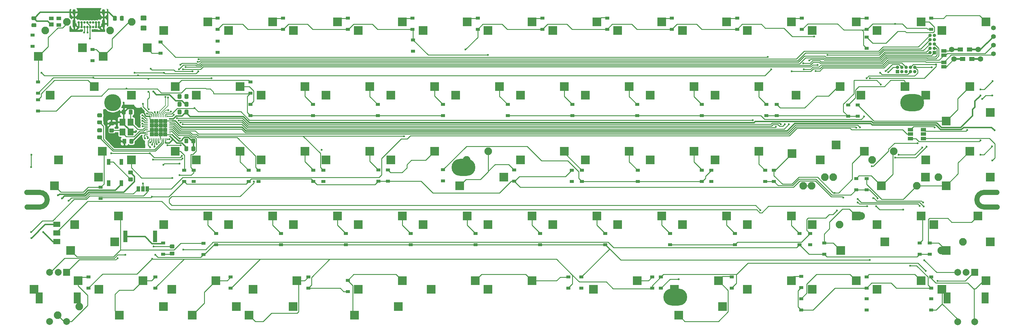
<source format=gbl>
G04 #@! TF.GenerationSoftware,KiCad,Pcbnew,(5.1.6-0-10_14)*
G04 #@! TF.CreationDate,2020-09-14T20:19:33+09:00*
G04 #@! TF.ProjectId,Jones,4a6f6e65-732e-46b6-9963-61645f706362,v.0.2*
G04 #@! TF.SameCoordinates,Original*
G04 #@! TF.FileFunction,Copper,L2,Bot*
G04 #@! TF.FilePolarity,Positive*
%FSLAX46Y46*%
G04 Gerber Fmt 4.6, Leading zero omitted, Abs format (unit mm)*
G04 Created by KiCad (PCBNEW (5.1.6-0-10_14)) date 2020-09-14 20:19:33*
%MOMM*%
%LPD*%
G01*
G04 APERTURE LIST*
G04 #@! TA.AperFunction,EtchedComponent*
%ADD10C,1.500000*%
G04 #@! TD*
G04 #@! TA.AperFunction,SMDPad,CuDef*
%ADD11R,2.550000X2.500000*%
G04 #@! TD*
G04 #@! TA.AperFunction,SMDPad,CuDef*
%ADD12R,1.400000X1.200000*%
G04 #@! TD*
G04 #@! TA.AperFunction,SMDPad,CuDef*
%ADD13R,1.400000X1.000000*%
G04 #@! TD*
G04 #@! TA.AperFunction,ComponentPad*
%ADD14C,1.000000*%
G04 #@! TD*
G04 #@! TA.AperFunction,ComponentPad*
%ADD15C,5.000000*%
G04 #@! TD*
G04 #@! TA.AperFunction,ComponentPad*
%ADD16O,7.000240X5.000000*%
G04 #@! TD*
G04 #@! TA.AperFunction,SMDPad,CuDef*
%ADD17R,1.800000X2.100000*%
G04 #@! TD*
G04 #@! TA.AperFunction,ComponentPad*
%ADD18R,2.000000X2.000000*%
G04 #@! TD*
G04 #@! TA.AperFunction,ComponentPad*
%ADD19C,2.000000*%
G04 #@! TD*
G04 #@! TA.AperFunction,ComponentPad*
%ADD20R,2.000000X3.200000*%
G04 #@! TD*
G04 #@! TA.AperFunction,SMDPad,CuDef*
%ADD21R,1.200000X0.900000*%
G04 #@! TD*
G04 #@! TA.AperFunction,SMDPad,CuDef*
%ADD22R,1.100000X1.800000*%
G04 #@! TD*
G04 #@! TA.AperFunction,SMDPad,CuDef*
%ADD23R,1.000000X1.500000*%
G04 #@! TD*
G04 #@! TA.AperFunction,ComponentPad*
%ADD24C,1.397000*%
G04 #@! TD*
G04 #@! TA.AperFunction,SMDPad,CuDef*
%ADD25R,0.250000X0.700000*%
G04 #@! TD*
G04 #@! TA.AperFunction,SMDPad,CuDef*
%ADD26R,0.700000X0.250000*%
G04 #@! TD*
G04 #@! TA.AperFunction,SMDPad,CuDef*
%ADD27R,1.287500X1.287500*%
G04 #@! TD*
G04 #@! TA.AperFunction,ComponentPad*
%ADD28C,0.700000*%
G04 #@! TD*
G04 #@! TA.AperFunction,ComponentPad*
%ADD29O,0.900000X2.400000*%
G04 #@! TD*
G04 #@! TA.AperFunction,ComponentPad*
%ADD30O,0.900000X1.700000*%
G04 #@! TD*
G04 #@! TA.AperFunction,ComponentPad*
%ADD31C,2.250000*%
G04 #@! TD*
G04 #@! TA.AperFunction,SMDPad,CuDef*
%ADD32R,2.000000X1.524000*%
G04 #@! TD*
G04 #@! TA.AperFunction,SMDPad,CuDef*
%ADD33R,1.500000X1.000000*%
G04 #@! TD*
G04 #@! TA.AperFunction,SMDPad,CuDef*
%ADD34R,1.300000X3.400000*%
G04 #@! TD*
G04 #@! TA.AperFunction,ComponentPad*
%ADD35R,1.000000X1.000000*%
G04 #@! TD*
G04 #@! TA.AperFunction,ComponentPad*
%ADD36O,1.000000X1.000000*%
G04 #@! TD*
G04 #@! TA.AperFunction,SMDPad,CuDef*
%ADD37R,1.500000X1.200000*%
G04 #@! TD*
G04 #@! TA.AperFunction,ComponentPad*
%ADD38C,1.600000*%
G04 #@! TD*
G04 #@! TA.AperFunction,Conductor*
%ADD39R,2.900000X0.500000*%
G04 #@! TD*
G04 #@! TA.AperFunction,ViaPad*
%ADD40C,0.600000*%
G04 #@! TD*
G04 #@! TA.AperFunction,Conductor*
%ADD41C,0.254000*%
G04 #@! TD*
G04 #@! TA.AperFunction,Conductor*
%ADD42C,0.381000*%
G04 #@! TD*
G04 #@! TA.AperFunction,Conductor*
%ADD43C,0.200000*%
G04 #@! TD*
G04 APERTURE END LIST*
D10*
X22600000Y-76900000D02*
X26400000Y-76900000D01*
X22650000Y-81200000D02*
X26450000Y-81200000D01*
X307600000Y-81200000D02*
X303800000Y-81200000D01*
X307550000Y-76900000D02*
X303750000Y-76900000D01*
X301650000Y-79050000D02*
G75*
G03*
X303800000Y-81200000I2150000J0D01*
G01*
X301650000Y-79050000D02*
G75*
G02*
X303800000Y-76900000I2150000J0D01*
G01*
X28550000Y-79050000D02*
G75*
G02*
X26400000Y-81200000I-2150000J0D01*
G01*
X28550000Y-79050000D02*
G75*
G03*
X26400000Y-76900000I-2150000J0D01*
G01*
D11*
X110415000Y-67335200D03*
X123342000Y-64795200D03*
G04 #@! TA.AperFunction,SMDPad,CuDef*
G36*
G01*
X24199999Y-25050040D02*
X25100001Y-25050040D01*
G75*
G02*
X25350000Y-25300039I0J-249999D01*
G01*
X25350000Y-25950041D01*
G75*
G02*
X25100001Y-26200040I-249999J0D01*
G01*
X24199999Y-26200040D01*
G75*
G02*
X23950000Y-25950041I0J249999D01*
G01*
X23950000Y-25300039D01*
G75*
G02*
X24199999Y-25050040I249999J0D01*
G01*
G37*
G04 #@! TD.AperFunction*
G04 #@! TA.AperFunction,SMDPad,CuDef*
G36*
G01*
X24199999Y-27100040D02*
X25100001Y-27100040D01*
G75*
G02*
X25350000Y-27350039I0J-249999D01*
G01*
X25350000Y-28000041D01*
G75*
G02*
X25100001Y-28250040I-249999J0D01*
G01*
X24199999Y-28250040D01*
G75*
G02*
X23950000Y-28000041I0J249999D01*
G01*
X23950000Y-27350039D01*
G75*
G02*
X24199999Y-27100040I249999J0D01*
G01*
G37*
G04 #@! TD.AperFunction*
D12*
X29750000Y-27420040D03*
D13*
X29750000Y-25700040D03*
X31950000Y-25700040D03*
X31950000Y-27600040D03*
D14*
X305842035Y-76850000D03*
X305850000Y-81200000D03*
X302250000Y-80550000D03*
X303800000Y-76850000D03*
X303800000Y-81200000D03*
X301650000Y-79050000D03*
X302250000Y-77550000D03*
X27950000Y-80550000D03*
D15*
X47800000Y-50450000D03*
D16*
X150800000Y-69550000D03*
X213100000Y-107750000D03*
X282650000Y-50450000D03*
D14*
X47800000Y-48550000D03*
X45900000Y-50450000D03*
X49700000Y-50450000D03*
X47800000Y-52350000D03*
X46450000Y-49100000D03*
X49050000Y-49100000D03*
X46450000Y-51750000D03*
X49050000Y-51800000D03*
X282650000Y-48600000D03*
X282650000Y-52300000D03*
X283850000Y-52300000D03*
X281450000Y-52300000D03*
X281450000Y-48600000D03*
X283850000Y-48583000D03*
X213150000Y-105900000D03*
X213100000Y-109600000D03*
X214350000Y-105900000D03*
X211950000Y-105900000D03*
X211900000Y-109600000D03*
X214300000Y-109600000D03*
X150800000Y-67700000D03*
X152000000Y-67700000D03*
X149600000Y-67700000D03*
X150800000Y-71450000D03*
X149600000Y-71450000D03*
X152000000Y-71450000D03*
X28550000Y-79050000D03*
X26400000Y-76900000D03*
X26400000Y-81250000D03*
X27950000Y-77550000D03*
X24350000Y-76900000D03*
X24357965Y-81250000D03*
D11*
X66192000Y-45745120D03*
X53265000Y-48285120D03*
X53265000Y-67335200D03*
X66192000Y-64795200D03*
X180492640Y-64795200D03*
X167565640Y-67335200D03*
X29452500Y-48285120D03*
X42379500Y-45745120D03*
D17*
X53000000Y-56200040D03*
X53000000Y-59100040D03*
X50700000Y-59100040D03*
X50700000Y-56200040D03*
G04 #@! TA.AperFunction,SMDPad,CuDef*
G36*
G01*
X51600000Y-52800039D02*
X51600000Y-53700041D01*
G75*
G02*
X51350001Y-53950040I-249999J0D01*
G01*
X50699999Y-53950040D01*
G75*
G02*
X50450000Y-53700041I0J249999D01*
G01*
X50450000Y-52800039D01*
G75*
G02*
X50699999Y-52550040I249999J0D01*
G01*
X51350001Y-52550040D01*
G75*
G02*
X51600000Y-52800039I0J-249999D01*
G01*
G37*
G04 #@! TD.AperFunction*
G04 #@! TA.AperFunction,SMDPad,CuDef*
G36*
G01*
X53650000Y-52800039D02*
X53650000Y-53700041D01*
G75*
G02*
X53400001Y-53950040I-249999J0D01*
G01*
X52749999Y-53950040D01*
G75*
G02*
X52500000Y-53700041I0J249999D01*
G01*
X52500000Y-52800039D01*
G75*
G02*
X52749999Y-52550040I249999J0D01*
G01*
X53400001Y-52550040D01*
G75*
G02*
X53650000Y-52800039I0J-249999D01*
G01*
G37*
G04 #@! TD.AperFunction*
G04 #@! TA.AperFunction,SMDPad,CuDef*
G36*
G01*
X47900001Y-57200040D02*
X46999999Y-57200040D01*
G75*
G02*
X46750000Y-56950041I0J249999D01*
G01*
X46750000Y-56300039D01*
G75*
G02*
X46999999Y-56050040I249999J0D01*
G01*
X47900001Y-56050040D01*
G75*
G02*
X48150000Y-56300039I0J-249999D01*
G01*
X48150000Y-56950041D01*
G75*
G02*
X47900001Y-57200040I-249999J0D01*
G01*
G37*
G04 #@! TD.AperFunction*
G04 #@! TA.AperFunction,SMDPad,CuDef*
G36*
G01*
X47900001Y-59250040D02*
X46999999Y-59250040D01*
G75*
G02*
X46750000Y-59000041I0J249999D01*
G01*
X46750000Y-58350039D01*
G75*
G02*
X46999999Y-58100040I249999J0D01*
G01*
X47900001Y-58100040D01*
G75*
G02*
X48150000Y-58350039I0J-249999D01*
G01*
X48150000Y-59000041D01*
G75*
G02*
X47900001Y-59250040I-249999J0D01*
G01*
G37*
G04 #@! TD.AperFunction*
G04 #@! TA.AperFunction,SMDPad,CuDef*
G36*
G01*
X50650000Y-62300041D02*
X50650000Y-61400039D01*
G75*
G02*
X50899999Y-61150040I249999J0D01*
G01*
X51550001Y-61150040D01*
G75*
G02*
X51800000Y-61400039I0J-249999D01*
G01*
X51800000Y-62300041D01*
G75*
G02*
X51550001Y-62550040I-249999J0D01*
G01*
X50899999Y-62550040D01*
G75*
G02*
X50650000Y-62300041I0J249999D01*
G01*
G37*
G04 #@! TD.AperFunction*
G04 #@! TA.AperFunction,SMDPad,CuDef*
G36*
G01*
X52700000Y-62300041D02*
X52700000Y-61400039D01*
G75*
G02*
X52949999Y-61150040I249999J0D01*
G01*
X53600001Y-61150040D01*
G75*
G02*
X53850000Y-61400039I0J-249999D01*
G01*
X53850000Y-62300041D01*
G75*
G02*
X53600001Y-62550040I-249999J0D01*
G01*
X52949999Y-62550040D01*
G75*
G02*
X52700000Y-62300041I0J249999D01*
G01*
G37*
G04 #@! TD.AperFunction*
D18*
X300993580Y-100465550D03*
D19*
X298493580Y-100465550D03*
X295993580Y-100465550D03*
D20*
X304093580Y-107965550D03*
X292893580Y-107965550D03*
D19*
X300993580Y-114965550D03*
X295993580Y-114965550D03*
D11*
X44983000Y-36855040D03*
X57910000Y-34315040D03*
D21*
X106650000Y-51000040D03*
X106650000Y-54300040D03*
X25850000Y-44400040D03*
X25850000Y-47700040D03*
X41850000Y-34800040D03*
X41850000Y-38100040D03*
X78650000Y-25600040D03*
X78650000Y-28900040D03*
X97850000Y-25600040D03*
X97850000Y-28900040D03*
X116850000Y-25600040D03*
X116850000Y-28900040D03*
X135850000Y-25600040D03*
X135850000Y-28900040D03*
X155050000Y-25600040D03*
X155050000Y-28900040D03*
X174050000Y-25600040D03*
X174050000Y-28900040D03*
X193050000Y-25600040D03*
X193050000Y-28900040D03*
X212050000Y-25600040D03*
X212050000Y-28900040D03*
X231250000Y-25600040D03*
X231250000Y-28900040D03*
X250250000Y-25600040D03*
X250250000Y-28900040D03*
X269250000Y-25600040D03*
X269250000Y-28900040D03*
X269250000Y-31200040D03*
X269250000Y-34500040D03*
X266250000Y-72800040D03*
X266250000Y-76100040D03*
X25850000Y-52900040D03*
X25850000Y-49600040D03*
X88250000Y-47700040D03*
X88250000Y-44400040D03*
X88250000Y-51000040D03*
X88250000Y-54300040D03*
X125650000Y-54300040D03*
X125650000Y-51000040D03*
X144850000Y-51000040D03*
X144850000Y-54300040D03*
X220850000Y-54300040D03*
X220850000Y-51000040D03*
X239850000Y-54300040D03*
X239850000Y-51000040D03*
X163850000Y-51000040D03*
X163850000Y-54300040D03*
X182850000Y-51000040D03*
X182850000Y-54300040D03*
X201850000Y-51000040D03*
X201850000Y-54300040D03*
X242850000Y-51000040D03*
X242850000Y-54300040D03*
X263850000Y-51200040D03*
X263850000Y-54500040D03*
X288250000Y-25600040D03*
X288250000Y-28900040D03*
X44250000Y-75400040D03*
X44250000Y-78700040D03*
X68750000Y-70400040D03*
X68750000Y-73700040D03*
X87750000Y-70400040D03*
X87750000Y-73700040D03*
X106750000Y-70400040D03*
X106750000Y-73700040D03*
X125850000Y-73600040D03*
X125850000Y-70300040D03*
X128650000Y-73600040D03*
X128650000Y-70300040D03*
X220850000Y-73700040D03*
X220850000Y-70400040D03*
X239450000Y-73700040D03*
X239450000Y-70400040D03*
X165750000Y-73600040D03*
X165750000Y-70300040D03*
X185650000Y-73700040D03*
X185650000Y-70400040D03*
X202050000Y-73700040D03*
X202050000Y-70400040D03*
X242050000Y-73700040D03*
X242050000Y-70400040D03*
X266650000Y-54500040D03*
X266650000Y-51200040D03*
X74450000Y-95200040D03*
X74450000Y-91900040D03*
X78150000Y-92300040D03*
X78150000Y-89000040D03*
X97250000Y-92300040D03*
X97250000Y-89000040D03*
X116250000Y-92300040D03*
X116250000Y-89000040D03*
X135350000Y-92300040D03*
X135350000Y-89000040D03*
X154350000Y-92300040D03*
X154350000Y-89000040D03*
X230550000Y-92300040D03*
X230550000Y-89000040D03*
X249550000Y-92300040D03*
X249550000Y-89000040D03*
X173350000Y-92300040D03*
X173350000Y-89000040D03*
X192450000Y-92300040D03*
X192450000Y-89000040D03*
X211550000Y-92300040D03*
X211550000Y-89000040D03*
X256850000Y-95100040D03*
X256850000Y-91800040D03*
X284850000Y-95100040D03*
X284850000Y-91800040D03*
X40650000Y-105100040D03*
X40650000Y-101800040D03*
X82450000Y-105100040D03*
X82450000Y-101800040D03*
X105250000Y-105100040D03*
X105250000Y-101800040D03*
X116850000Y-106100040D03*
X116850000Y-102800040D03*
X229650000Y-105100040D03*
X229650000Y-101800040D03*
X269250000Y-105100040D03*
X269250000Y-101800040D03*
X288250000Y-101800040D03*
X288250000Y-105100040D03*
G04 #@! TA.AperFunction,SMDPad,CuDef*
G36*
G01*
X57475000Y-29250040D02*
X56225000Y-29250040D01*
G75*
G02*
X55975000Y-29000040I0J250000D01*
G01*
X55975000Y-28075040D01*
G75*
G02*
X56225000Y-27825040I250000J0D01*
G01*
X57475000Y-27825040D01*
G75*
G02*
X57725000Y-28075040I0J-250000D01*
G01*
X57725000Y-29000040D01*
G75*
G02*
X57475000Y-29250040I-250000J0D01*
G01*
G37*
G04 #@! TD.AperFunction*
G04 #@! TA.AperFunction,SMDPad,CuDef*
G36*
G01*
X57475000Y-26275040D02*
X56225000Y-26275040D01*
G75*
G02*
X55975000Y-26025040I0J250000D01*
G01*
X55975000Y-25100040D01*
G75*
G02*
X56225000Y-24850040I250000J0D01*
G01*
X57475000Y-24850040D01*
G75*
G02*
X57725000Y-25100040I0J-250000D01*
G01*
X57725000Y-26025040D01*
G75*
G02*
X57475000Y-26275040I-250000J0D01*
G01*
G37*
G04 #@! TD.AperFunction*
D22*
X50293860Y-74165870D03*
X46593860Y-67965870D03*
X46593860Y-74165870D03*
X50293860Y-67965870D03*
D21*
X250050000Y-104900040D03*
X250050000Y-101600040D03*
X250050000Y-108200040D03*
X250050000Y-111500040D03*
D11*
X38860000Y-34315040D03*
X25933000Y-36855040D03*
X62790000Y-86385280D03*
X75717000Y-83845280D03*
X62790000Y-29235040D03*
X75717000Y-26695040D03*
X85242000Y-45745120D03*
X72315000Y-48285120D03*
X72315000Y-67335200D03*
X85242000Y-64795200D03*
X81840000Y-86385280D03*
X94767000Y-83845280D03*
X81840000Y-29235040D03*
X94767000Y-26695040D03*
X104292000Y-45745120D03*
X91365000Y-48285120D03*
X91365000Y-67335200D03*
X104292000Y-64795200D03*
X100890000Y-86385280D03*
X113817000Y-83845280D03*
X100890000Y-29235040D03*
X113817000Y-26695040D03*
X123342000Y-45745120D03*
X110415000Y-48285120D03*
X119940000Y-86385280D03*
X132867000Y-83845280D03*
X119940000Y-29235040D03*
X132867000Y-26695040D03*
X142392000Y-45745120D03*
X129465000Y-48285120D03*
X129465000Y-67335200D03*
X142392000Y-64795200D03*
X138990000Y-86385280D03*
X151917000Y-83845280D03*
X151917000Y-26695040D03*
X138990000Y-29235040D03*
X218592800Y-45745160D03*
X205665800Y-48285160D03*
X205665800Y-67335240D03*
X218592800Y-64795240D03*
X215190840Y-86385320D03*
X228117840Y-83845320D03*
X272341080Y-29235080D03*
X285268080Y-26695080D03*
X237642880Y-45745160D03*
X224715880Y-48285160D03*
X237642880Y-64795240D03*
X224715880Y-67335240D03*
X234240920Y-86385320D03*
X247167920Y-83845320D03*
X304318160Y-26695080D03*
X291391160Y-29235080D03*
X161442560Y-45745120D03*
X148515560Y-48285120D03*
X158040600Y-86385280D03*
X170967600Y-83845280D03*
X158040600Y-29235080D03*
X170967600Y-26695080D03*
X180492640Y-45745160D03*
X167565640Y-48285160D03*
X177090680Y-86385280D03*
X190017680Y-83845280D03*
X190017680Y-26695040D03*
X177090680Y-29235040D03*
X199542720Y-45745160D03*
X186615720Y-48285160D03*
X199542720Y-64795240D03*
X186615720Y-67335240D03*
X196140760Y-29235040D03*
X209067760Y-26695040D03*
X228116840Y-26695040D03*
X215189840Y-29235040D03*
X234239840Y-29235040D03*
X247166840Y-26695040D03*
X266216840Y-26695040D03*
X253289840Y-29235040D03*
X285268080Y-83845320D03*
X272341080Y-86385320D03*
D21*
X269250000Y-76100040D03*
X269250000Y-72800040D03*
X60350000Y-105100040D03*
X60350000Y-101800040D03*
X181650000Y-105100040D03*
X181650000Y-101800040D03*
X206250000Y-101800040D03*
X206250000Y-105100040D03*
X287850000Y-91800040D03*
X287850000Y-95100040D03*
D11*
X292634160Y-94005320D03*
X305561160Y-91465320D03*
X272341080Y-105435360D03*
X285268080Y-102895360D03*
X196140760Y-86385320D03*
X209067760Y-83845320D03*
G04 #@! TA.AperFunction,SMDPad,CuDef*
G36*
G01*
X66850000Y-53700041D02*
X66850000Y-52800039D01*
G75*
G02*
X67099999Y-52550040I249999J0D01*
G01*
X67750001Y-52550040D01*
G75*
G02*
X68000000Y-52800039I0J-249999D01*
G01*
X68000000Y-53700041D01*
G75*
G02*
X67750001Y-53950040I-249999J0D01*
G01*
X67099999Y-53950040D01*
G75*
G02*
X66850000Y-53700041I0J249999D01*
G01*
G37*
G04 #@! TD.AperFunction*
G04 #@! TA.AperFunction,SMDPad,CuDef*
G36*
G01*
X68900000Y-53700041D02*
X68900000Y-52800039D01*
G75*
G02*
X69149999Y-52550040I249999J0D01*
G01*
X69800001Y-52550040D01*
G75*
G02*
X70050000Y-52800039I0J-249999D01*
G01*
X70050000Y-53700041D01*
G75*
G02*
X69800001Y-53950040I-249999J0D01*
G01*
X69149999Y-53950040D01*
G75*
G02*
X68900000Y-53700041I0J249999D01*
G01*
G37*
G04 #@! TD.AperFunction*
G04 #@! TA.AperFunction,SMDPad,CuDef*
G36*
G01*
X68900000Y-51400041D02*
X68900000Y-50500039D01*
G75*
G02*
X69149999Y-50250040I249999J0D01*
G01*
X69800001Y-50250040D01*
G75*
G02*
X70050000Y-50500039I0J-249999D01*
G01*
X70050000Y-51400041D01*
G75*
G02*
X69800001Y-51650040I-249999J0D01*
G01*
X69149999Y-51650040D01*
G75*
G02*
X68900000Y-51400041I0J249999D01*
G01*
G37*
G04 #@! TD.AperFunction*
G04 #@! TA.AperFunction,SMDPad,CuDef*
G36*
G01*
X66850000Y-51400041D02*
X66850000Y-50500039D01*
G75*
G02*
X67099999Y-50250040I249999J0D01*
G01*
X67750001Y-50250040D01*
G75*
G02*
X68000000Y-50500039I0J-249999D01*
G01*
X68000000Y-51400041D01*
G75*
G02*
X67750001Y-51650040I-249999J0D01*
G01*
X67099999Y-51650040D01*
G75*
G02*
X66850000Y-51400041I0J249999D01*
G01*
G37*
G04 #@! TD.AperFunction*
G04 #@! TA.AperFunction,SMDPad,CuDef*
G36*
G01*
X68850000Y-62200041D02*
X68850000Y-61300039D01*
G75*
G02*
X69099999Y-61050040I249999J0D01*
G01*
X69750001Y-61050040D01*
G75*
G02*
X70000000Y-61300039I0J-249999D01*
G01*
X70000000Y-62200041D01*
G75*
G02*
X69750001Y-62450040I-249999J0D01*
G01*
X69099999Y-62450040D01*
G75*
G02*
X68850000Y-62200041I0J249999D01*
G01*
G37*
G04 #@! TD.AperFunction*
G04 #@! TA.AperFunction,SMDPad,CuDef*
G36*
G01*
X70900000Y-62200041D02*
X70900000Y-61300039D01*
G75*
G02*
X71149999Y-61050040I249999J0D01*
G01*
X71800001Y-61050040D01*
G75*
G02*
X72050000Y-61300039I0J-249999D01*
G01*
X72050000Y-62200041D01*
G75*
G02*
X71800001Y-62450040I-249999J0D01*
G01*
X71149999Y-62450040D01*
G75*
G02*
X70900000Y-62200041I0J249999D01*
G01*
G37*
G04 #@! TD.AperFunction*
D23*
X57950000Y-75850040D03*
X56650000Y-75850040D03*
X55350000Y-75850040D03*
D24*
X306550000Y-36050040D03*
X306550000Y-33510040D03*
X306550000Y-30970040D03*
X306550000Y-28430040D03*
G04 #@! TA.AperFunction,SMDPad,CuDef*
G36*
G01*
X44400001Y-54800040D02*
X43499999Y-54800040D01*
G75*
G02*
X43250000Y-54550041I0J249999D01*
G01*
X43250000Y-53900039D01*
G75*
G02*
X43499999Y-53650040I249999J0D01*
G01*
X44400001Y-53650040D01*
G75*
G02*
X44650000Y-53900039I0J-249999D01*
G01*
X44650000Y-54550041D01*
G75*
G02*
X44400001Y-54800040I-249999J0D01*
G01*
G37*
G04 #@! TD.AperFunction*
G04 #@! TA.AperFunction,SMDPad,CuDef*
G36*
G01*
X44400001Y-56850040D02*
X43499999Y-56850040D01*
G75*
G02*
X43250000Y-56600041I0J249999D01*
G01*
X43250000Y-55950039D01*
G75*
G02*
X43499999Y-55700040I249999J0D01*
G01*
X44400001Y-55700040D01*
G75*
G02*
X44650000Y-55950039I0J-249999D01*
G01*
X44650000Y-56600041D01*
G75*
G02*
X44400001Y-56850040I-249999J0D01*
G01*
G37*
G04 #@! TD.AperFunction*
G04 #@! TA.AperFunction,SMDPad,CuDef*
G36*
G01*
X44400001Y-61250040D02*
X43499999Y-61250040D01*
G75*
G02*
X43250000Y-61000041I0J249999D01*
G01*
X43250000Y-60350039D01*
G75*
G02*
X43499999Y-60100040I249999J0D01*
G01*
X44400001Y-60100040D01*
G75*
G02*
X44650000Y-60350039I0J-249999D01*
G01*
X44650000Y-61000041D01*
G75*
G02*
X44400001Y-61250040I-249999J0D01*
G01*
G37*
G04 #@! TD.AperFunction*
G04 #@! TA.AperFunction,SMDPad,CuDef*
G36*
G01*
X44400001Y-59200040D02*
X43499999Y-59200040D01*
G75*
G02*
X43250000Y-58950041I0J249999D01*
G01*
X43250000Y-58300039D01*
G75*
G02*
X43499999Y-58050040I249999J0D01*
G01*
X44400001Y-58050040D01*
G75*
G02*
X44650000Y-58300039I0J-249999D01*
G01*
X44650000Y-58950041D01*
G75*
G02*
X44400001Y-59200040I-249999J0D01*
G01*
G37*
G04 #@! TD.AperFunction*
G04 #@! TA.AperFunction,SMDPad,CuDef*
G36*
G01*
X52599999Y-72500040D02*
X53500001Y-72500040D01*
G75*
G02*
X53750000Y-72750039I0J-249999D01*
G01*
X53750000Y-73400041D01*
G75*
G02*
X53500001Y-73650040I-249999J0D01*
G01*
X52599999Y-73650040D01*
G75*
G02*
X52350000Y-73400041I0J249999D01*
G01*
X52350000Y-72750039D01*
G75*
G02*
X52599999Y-72500040I249999J0D01*
G01*
G37*
G04 #@! TD.AperFunction*
G04 #@! TA.AperFunction,SMDPad,CuDef*
G36*
G01*
X52599999Y-70450040D02*
X53500001Y-70450040D01*
G75*
G02*
X53750000Y-70700039I0J-249999D01*
G01*
X53750000Y-71350041D01*
G75*
G02*
X53500001Y-71600040I-249999J0D01*
G01*
X52599999Y-71600040D01*
G75*
G02*
X52350000Y-71350041I0J249999D01*
G01*
X52350000Y-70700039D01*
G75*
G02*
X52599999Y-70450040I249999J0D01*
G01*
G37*
G04 #@! TD.AperFunction*
G04 #@! TA.AperFunction,SMDPad,CuDef*
G36*
G01*
X70050000Y-48200039D02*
X70050000Y-49100041D01*
G75*
G02*
X69800001Y-49350040I-249999J0D01*
G01*
X69149999Y-49350040D01*
G75*
G02*
X68900000Y-49100041I0J249999D01*
G01*
X68900000Y-48200039D01*
G75*
G02*
X69149999Y-47950040I249999J0D01*
G01*
X69800001Y-47950040D01*
G75*
G02*
X70050000Y-48200039I0J-249999D01*
G01*
G37*
G04 #@! TD.AperFunction*
G04 #@! TA.AperFunction,SMDPad,CuDef*
G36*
G01*
X68000000Y-48200039D02*
X68000000Y-49100041D01*
G75*
G02*
X67750001Y-49350040I-249999J0D01*
G01*
X67099999Y-49350040D01*
G75*
G02*
X66850000Y-49100041I0J249999D01*
G01*
X66850000Y-48200039D01*
G75*
G02*
X67099999Y-47950040I249999J0D01*
G01*
X67750001Y-47950040D01*
G75*
G02*
X68000000Y-48200039I0J-249999D01*
G01*
G37*
G04 #@! TD.AperFunction*
D11*
X30695500Y-74955200D03*
X43622500Y-72415200D03*
X248528480Y-48285160D03*
X261455480Y-45745160D03*
X253291000Y-105435360D03*
X266218000Y-102895360D03*
G04 #@! TA.AperFunction,SMDPad,CuDef*
G36*
G01*
X49900000Y-26100041D02*
X49900000Y-25200039D01*
G75*
G02*
X50149999Y-24950040I249999J0D01*
G01*
X50800001Y-24950040D01*
G75*
G02*
X51050000Y-25200039I0J-249999D01*
G01*
X51050000Y-26100041D01*
G75*
G02*
X50800001Y-26350040I-249999J0D01*
G01*
X50149999Y-26350040D01*
G75*
G02*
X49900000Y-26100041I0J249999D01*
G01*
G37*
G04 #@! TD.AperFunction*
G04 #@! TA.AperFunction,SMDPad,CuDef*
G36*
G01*
X47850000Y-26100041D02*
X47850000Y-25200039D01*
G75*
G02*
X48099999Y-24950040I249999J0D01*
G01*
X48750001Y-24950040D01*
G75*
G02*
X49000000Y-25200039I0J-249999D01*
G01*
X49000000Y-26100041D01*
G75*
G02*
X48750001Y-26350040I-249999J0D01*
G01*
X48099999Y-26350040D01*
G75*
G02*
X47850000Y-26100041I0J249999D01*
G01*
G37*
G04 #@! TD.AperFunction*
D25*
X63750000Y-61250040D03*
X63250000Y-61250040D03*
X62750000Y-61250040D03*
X62250000Y-61250040D03*
X61750000Y-61250040D03*
X61250000Y-61250040D03*
X60750000Y-61250040D03*
X60250000Y-61250040D03*
X59750000Y-61250040D03*
X59250000Y-61250040D03*
X58750000Y-61250040D03*
D26*
X57850000Y-60350040D03*
X57850000Y-59850040D03*
X57850000Y-59350040D03*
X57850000Y-58850040D03*
X57850000Y-58350040D03*
X57850000Y-57850040D03*
X57850000Y-57350040D03*
X57850000Y-56850040D03*
X57850000Y-56350040D03*
X57850000Y-55850040D03*
X57850000Y-55350040D03*
D25*
X58750000Y-54450040D03*
X59250000Y-54450040D03*
X59750000Y-54450040D03*
X60250000Y-54450040D03*
X60750000Y-54450040D03*
X61250000Y-54450040D03*
X61750000Y-54450040D03*
X62250000Y-54450040D03*
X62750000Y-54450040D03*
X63250000Y-54450040D03*
X63750000Y-54450040D03*
D26*
X64650000Y-55350040D03*
X64650000Y-55850040D03*
X64650000Y-56350040D03*
X64650000Y-56850040D03*
X64650000Y-57350040D03*
X64650000Y-57850040D03*
X64650000Y-58350040D03*
X64650000Y-58850040D03*
X64650000Y-59350040D03*
X64650000Y-59850040D03*
X64650000Y-60350040D03*
D27*
X59318750Y-55918790D03*
X60606250Y-55918790D03*
X61893750Y-55918790D03*
X63181250Y-55918790D03*
X59318750Y-57206290D03*
X60606250Y-57206290D03*
X61893750Y-57206290D03*
X63181250Y-57206290D03*
X59318750Y-58493790D03*
X60606250Y-58493790D03*
X61893750Y-58493790D03*
X63181250Y-58493790D03*
X59318750Y-59781290D03*
X60606250Y-59781290D03*
X61893750Y-59781290D03*
X63181250Y-59781290D03*
D21*
X24250000Y-33900040D03*
X24250000Y-30600040D03*
X61850000Y-32600040D03*
X61850000Y-35900040D03*
X78650000Y-35700040D03*
X78650000Y-32400040D03*
X71550000Y-70400040D03*
X71550000Y-73700040D03*
X90650000Y-73700040D03*
X90650000Y-70400040D03*
X109650000Y-70400040D03*
X109650000Y-73700040D03*
X136050000Y-35300040D03*
X136050000Y-32000040D03*
X144850000Y-70200040D03*
X144850000Y-73500040D03*
X182650000Y-73700040D03*
X182650000Y-70400040D03*
X185450000Y-101800040D03*
X185450000Y-105100040D03*
X208850000Y-105100040D03*
X208850000Y-101800040D03*
X223650000Y-70400040D03*
X223650000Y-73700040D03*
X252650000Y-92300040D03*
X252650000Y-89000040D03*
X269250000Y-108200040D03*
X269250000Y-111500040D03*
X288250000Y-111500040D03*
X288250000Y-108200040D03*
X62650000Y-91800040D03*
X62650000Y-95100040D03*
G04 #@! TA.AperFunction,SMDPad,CuDef*
G36*
G01*
X64799999Y-92250040D02*
X65700001Y-92250040D01*
G75*
G02*
X65950000Y-92500039I0J-249999D01*
G01*
X65950000Y-93150041D01*
G75*
G02*
X65700001Y-93400040I-249999J0D01*
G01*
X64799999Y-93400040D01*
G75*
G02*
X64550000Y-93150041I0J249999D01*
G01*
X64550000Y-92500039D01*
G75*
G02*
X64799999Y-92250040I249999J0D01*
G01*
G37*
G04 #@! TD.AperFunction*
G04 #@! TA.AperFunction,SMDPad,CuDef*
G36*
G01*
X64799999Y-94300040D02*
X65700001Y-94300040D01*
G75*
G02*
X65950000Y-94550039I0J-249999D01*
G01*
X65950000Y-95200041D01*
G75*
G02*
X65700001Y-95450040I-249999J0D01*
G01*
X64799999Y-95450040D01*
G75*
G02*
X64550000Y-95200041I0J249999D01*
G01*
X64550000Y-94550039D01*
G75*
G02*
X64799999Y-94300040I249999J0D01*
G01*
G37*
G04 #@! TD.AperFunction*
D11*
X299555640Y-45745160D03*
X286628640Y-48285160D03*
D18*
X34271347Y-100452828D03*
D19*
X31771347Y-100452828D03*
X29271347Y-100452828D03*
D20*
X37371347Y-107952828D03*
X26171347Y-107952828D03*
D19*
X34271347Y-114952828D03*
X29271347Y-114952828D03*
D28*
X37801552Y-28187233D03*
X38651552Y-28187233D03*
X39501552Y-28187233D03*
X40351552Y-28187233D03*
X41201552Y-28187233D03*
X42051552Y-28187233D03*
X42901552Y-28187233D03*
X43751552Y-28187233D03*
X38651552Y-26837233D03*
X40351552Y-26837233D03*
X39501552Y-26837233D03*
X37801552Y-26837233D03*
X42051552Y-26837233D03*
X42901552Y-26837233D03*
X43751552Y-26837233D03*
X41201552Y-26837233D03*
D29*
X36451552Y-27207233D03*
X45101552Y-27207233D03*
D30*
X36451552Y-23827233D03*
X45101552Y-23827233D03*
D11*
X299555640Y-64795240D03*
X286628640Y-67335240D03*
X267578560Y-48285160D03*
X280505560Y-45745160D03*
X292634160Y-55905160D03*
X305561160Y-53365160D03*
X292634160Y-74955240D03*
X305561160Y-72415240D03*
X101911060Y-102895400D03*
X88984060Y-105435400D03*
X31833820Y-67335240D03*
X44760820Y-64795240D03*
D31*
X259423480Y-72415240D03*
X253073480Y-74955240D03*
X291173640Y-94005320D03*
X297523640Y-91465320D03*
X290379860Y-72415240D03*
X284029860Y-74955240D03*
D11*
X71176980Y-113055400D03*
X84103980Y-110515400D03*
X49745640Y-113055400D03*
X62672640Y-110515400D03*
X78098460Y-102895400D03*
X65171460Y-105435400D03*
X36596340Y-86385320D03*
X49523340Y-83845320D03*
X234240920Y-105435400D03*
X247167920Y-102895400D03*
X87845800Y-113055400D03*
X100772800Y-110515400D03*
X188996980Y-105435400D03*
X201923980Y-102895400D03*
X212809580Y-105435400D03*
X225736580Y-102895400D03*
D31*
X261328520Y-86385320D03*
X267678520Y-83845320D03*
D11*
X274604780Y-91465320D03*
X261677780Y-94005320D03*
X253291000Y-86385320D03*
X266218000Y-83845320D03*
X158040600Y-105435400D03*
X170967600Y-102895400D03*
X141371780Y-105435400D03*
X154298780Y-102895400D03*
X43740120Y-105435400D03*
X56667120Y-102895400D03*
X48385080Y-91465320D03*
X35458080Y-94005320D03*
D31*
X37966300Y-110515400D03*
X31616300Y-113055400D03*
D11*
X131729180Y-110515400D03*
X118802180Y-113055400D03*
X119940440Y-105435400D03*
X132867440Y-102895400D03*
G04 #@! TA.AperFunction,SMDPad,CuDef*
G36*
G01*
X72050000Y-63600039D02*
X72050000Y-64500041D01*
G75*
G02*
X71800001Y-64750040I-249999J0D01*
G01*
X71149999Y-64750040D01*
G75*
G02*
X70900000Y-64500041I0J249999D01*
G01*
X70900000Y-63600039D01*
G75*
G02*
X71149999Y-63350040I249999J0D01*
G01*
X71800001Y-63350040D01*
G75*
G02*
X72050000Y-63600039I0J-249999D01*
G01*
G37*
G04 #@! TD.AperFunction*
G04 #@! TA.AperFunction,SMDPad,CuDef*
G36*
G01*
X70000000Y-63600039D02*
X70000000Y-64500041D01*
G75*
G02*
X69750001Y-64750040I-249999J0D01*
G01*
X69099999Y-64750040D01*
G75*
G02*
X68850000Y-64500041I0J249999D01*
G01*
X68850000Y-63600039D01*
G75*
G02*
X69099999Y-63350040I249999J0D01*
G01*
X69750001Y-63350040D01*
G75*
G02*
X70000000Y-63600039I0J-249999D01*
G01*
G37*
G04 #@! TD.AperFunction*
X260317220Y-62890200D03*
X247390220Y-65430200D03*
X162685560Y-72415240D03*
X149758560Y-74955240D03*
D31*
X151790560Y-67335240D03*
X158140560Y-64795240D03*
D11*
X255672260Y-67335240D03*
X268599260Y-64795240D03*
D32*
X31350000Y-91390040D03*
X31350000Y-88850040D03*
X31350000Y-86310040D03*
D11*
X289009900Y-86385320D03*
X301936900Y-83845320D03*
X226979580Y-110515400D03*
X214052580Y-113055400D03*
D33*
X282150000Y-61050040D03*
X282150000Y-59750040D03*
X282150000Y-58450040D03*
X285950000Y-61050040D03*
X285950000Y-59750040D03*
X285950000Y-58450040D03*
D31*
X277203560Y-64795240D03*
X270853560Y-67335240D03*
D11*
X286511080Y-72415240D03*
X273584080Y-74955240D03*
D31*
X257042220Y-72415240D03*
X250692220Y-74955240D03*
D34*
X51500000Y-89850040D03*
X60200000Y-89850040D03*
D35*
X278350000Y-41350040D03*
D36*
X278350000Y-40080040D03*
X279620000Y-41350040D03*
X279620000Y-40080040D03*
X280890000Y-41350040D03*
X280890000Y-40080040D03*
X282160000Y-41350040D03*
X282160000Y-40080040D03*
X283430000Y-41350040D03*
X283430000Y-40080040D03*
X287880000Y-30670040D03*
X289150000Y-30670040D03*
X287880000Y-31940040D03*
X289150000Y-31940040D03*
X287880000Y-33210040D03*
X289150000Y-33210040D03*
X287880000Y-34480040D03*
X289150000Y-34480040D03*
X287880000Y-35750040D03*
D35*
X289150000Y-35750040D03*
D33*
X291950000Y-38600040D03*
X291950000Y-39900040D03*
X291950000Y-35250040D03*
X291950000Y-36550040D03*
D37*
X300200000Y-37650040D03*
X297500000Y-37650040D03*
D38*
X294950000Y-37650040D03*
X302750000Y-37650040D03*
D39*
X296350000Y-37650040D03*
X301350000Y-37650040D03*
X300650000Y-34850040D03*
X295650000Y-34850040D03*
D38*
X302050000Y-34850040D03*
X294250000Y-34850040D03*
D37*
X296800000Y-34850040D03*
X299500000Y-34850040D03*
D31*
X47015000Y-29235040D03*
X53365000Y-26695040D03*
X34315040Y-26695080D03*
X27965040Y-29235080D03*
D11*
X291391160Y-105435400D03*
X304318160Y-102895400D03*
X24690040Y-105435400D03*
X37617040Y-102895400D03*
D40*
X259891781Y-77057535D03*
X53275000Y-61850040D03*
X53050000Y-71025040D03*
X27400000Y-88575040D03*
X59715858Y-47218139D03*
X302700000Y-48325040D03*
X56829893Y-59412788D03*
X65334417Y-61074371D03*
X69219790Y-50950040D03*
X69219790Y-53250040D03*
X56850000Y-28450040D03*
X57849194Y-53740487D03*
X31350000Y-91390040D03*
X63346440Y-62250040D03*
X60710006Y-62674675D03*
X32864421Y-78691995D03*
X51050000Y-50450040D03*
X51250000Y-61850040D03*
X31740786Y-77771229D03*
X31350000Y-86310040D03*
X51500000Y-89850040D03*
X50596751Y-74165870D03*
X67425005Y-53032418D03*
X67450000Y-50950040D03*
X68177053Y-57649505D03*
X69219790Y-48650040D03*
X306834211Y-58634251D03*
X23900000Y-90325040D03*
X56850000Y-25650040D03*
X32050000Y-27650042D03*
X46593860Y-67965870D03*
X53050000Y-73075040D03*
X57294502Y-60950655D03*
X67450000Y-48650040D03*
X65769994Y-54033591D03*
X67746342Y-63044107D03*
X69333065Y-61689564D03*
X61304307Y-62134346D03*
X63855862Y-63040216D03*
X43950000Y-54250034D03*
X40450001Y-29850041D03*
X29649996Y-25650040D03*
X43950000Y-58650040D03*
X41104374Y-31595666D03*
X31850000Y-25650040D03*
X39450000Y-29850040D03*
X24650000Y-27650040D03*
X50450000Y-25650040D03*
X58248538Y-47239292D03*
X60169267Y-53315683D03*
X273250000Y-41650040D03*
X41850000Y-38100040D03*
X163850000Y-54300040D03*
X58250000Y-43450040D03*
X58412007Y-52399830D03*
X76850000Y-43250040D03*
X78650000Y-28900040D03*
X42080201Y-43140633D03*
X268534902Y-54565140D03*
X158050000Y-36450040D03*
X51819790Y-46342652D03*
X144850000Y-54450038D03*
X56480144Y-54232013D03*
X144850000Y-70250040D03*
X260550000Y-82250040D03*
X59319790Y-78130054D03*
X262450000Y-78450044D03*
X64460000Y-61270040D03*
X270212729Y-96835493D03*
X269250000Y-108250040D03*
X60297536Y-95258758D03*
X60039314Y-63444678D03*
X288450000Y-108200040D03*
X59350000Y-96450040D03*
X286650000Y-100050040D03*
X59400000Y-62820044D03*
X151450000Y-34850040D03*
X253880210Y-31050040D03*
X254298684Y-41164854D03*
X133400002Y-60420040D03*
X60969945Y-53251920D03*
X273450000Y-45114950D03*
X239850000Y-54250044D03*
X275612698Y-41550031D03*
X61850000Y-32650040D03*
X240221084Y-37021124D03*
X278650000Y-65850040D03*
X285650000Y-63650040D03*
X71850000Y-52050040D03*
X78650000Y-32450040D03*
X239250000Y-73650040D03*
X235850000Y-55650040D03*
X272516153Y-78707445D03*
X287850000Y-95100040D03*
X68542192Y-93708618D03*
X274884233Y-41211671D03*
X67450000Y-71850040D03*
X285850000Y-79850040D03*
X271255742Y-78618820D03*
X90650000Y-70400040D03*
X89250000Y-73650040D03*
X277650000Y-66650040D03*
X286850000Y-63450040D03*
X282050000Y-98450040D03*
X250050000Y-104850040D03*
X238050000Y-82118583D03*
X280049998Y-81980052D03*
X272062820Y-80951883D03*
X55250000Y-42450040D03*
X241254688Y-40689629D03*
X26850000Y-41650040D03*
X24250000Y-30600040D03*
X277650000Y-27250040D03*
X56650000Y-50850040D03*
X250325760Y-28909639D03*
X36596340Y-86385320D03*
X48385080Y-91465320D03*
X43622500Y-72415200D03*
X24690040Y-105435400D03*
X29452500Y-48285120D03*
X31833820Y-67335240D03*
X24250000Y-33900040D03*
X38860000Y-34315040D03*
X43740120Y-105435400D03*
X62672640Y-110515400D03*
X59650000Y-67250040D03*
X68280493Y-66919238D03*
X58956290Y-40477244D03*
X57756290Y-34315040D03*
X71219790Y-41280250D03*
X62850000Y-29250040D03*
X84050000Y-110450040D03*
X65171460Y-105435400D03*
X62502378Y-86192990D03*
X53280210Y-48250040D03*
X78650000Y-35700040D03*
X54250000Y-41650040D03*
X72952974Y-41280250D03*
X62850000Y-41650040D03*
X65340052Y-72640098D03*
X81850000Y-29250040D03*
X72315000Y-67335200D03*
X81840000Y-86480250D03*
X88984060Y-105435400D03*
X71550000Y-73650040D03*
X72937421Y-48285120D03*
X100772800Y-110515400D03*
X91450000Y-67250040D03*
X90650000Y-73700040D03*
X91365000Y-48285120D03*
X100890000Y-29235040D03*
X100890000Y-86480250D03*
X119850000Y-29250040D03*
X110415000Y-48285120D03*
X109150000Y-64400040D03*
X110415000Y-67335200D03*
X119940000Y-86385280D03*
X119940440Y-105435400D03*
X131729180Y-110515400D03*
X109650000Y-73650040D03*
X139050000Y-29250040D03*
X129465000Y-48285120D03*
X129465000Y-67335200D03*
X138990000Y-86385280D03*
X136050000Y-35250036D03*
X148515560Y-48285120D03*
X158040600Y-29235080D03*
X162685560Y-72415240D03*
X144850000Y-73650040D03*
X158040600Y-86385280D03*
X158040600Y-105435400D03*
X141371780Y-105435400D03*
X167565640Y-48285160D03*
X177050000Y-29250040D03*
X177090680Y-86385280D03*
X167519790Y-67335200D03*
X188850000Y-105050040D03*
X182650000Y-73700040D03*
X196250000Y-86450040D03*
X212809580Y-104746800D03*
X226979580Y-110515400D03*
X186650000Y-67250040D03*
X186615720Y-48285160D03*
X196140760Y-29235040D03*
X185450000Y-105100040D03*
X215250000Y-86450040D03*
X215250000Y-29050040D03*
X205665800Y-48285160D03*
X205665800Y-67335240D03*
X214050000Y-102450040D03*
X234250000Y-29250040D03*
X224715880Y-48285160D03*
X224715880Y-67335240D03*
X234240920Y-86385320D03*
X234240920Y-105435400D03*
X223650000Y-73650040D03*
X260317220Y-62890200D03*
X253291000Y-86385320D03*
X253291000Y-105435360D03*
X255672256Y-67050040D03*
X274650000Y-91450040D03*
X252650000Y-92300040D03*
X248731631Y-48285160D03*
X253289840Y-29235040D03*
X272450000Y-86250040D03*
X272341080Y-105435360D03*
X267578560Y-48285160D03*
X272341080Y-29235080D03*
X286450000Y-72850040D03*
X269250000Y-111450040D03*
X289009900Y-86385320D03*
X286628640Y-67335240D03*
X305561160Y-72415240D03*
X291450000Y-29250040D03*
X287250000Y-47650042D03*
X291450000Y-105450040D03*
X305556290Y-91465320D03*
X305356290Y-53450040D03*
X60200000Y-89850040D03*
X62650000Y-95100040D03*
X23850000Y-88550040D03*
X34823321Y-79368173D03*
X289219788Y-57743750D03*
X306200000Y-48325040D03*
X303249994Y-49350040D03*
X298850000Y-58543750D03*
X306250000Y-44150040D03*
X302700000Y-46575040D03*
X306150000Y-63350040D03*
X302700000Y-65775040D03*
X67717936Y-56318002D03*
X56554175Y-56661827D03*
X242650000Y-57582085D03*
X247250000Y-41250040D03*
X68342404Y-56826359D03*
X56560345Y-57465015D03*
X246450000Y-56850040D03*
X250850000Y-40619830D03*
X67518809Y-61072484D03*
X59850000Y-92825034D03*
X266650000Y-79850040D03*
X288450000Y-40050040D03*
X286250000Y-96850040D03*
X269250000Y-43250040D03*
X266212553Y-57819830D03*
X284850000Y-80850040D03*
X266650000Y-78850040D03*
X267350000Y-57743750D03*
X289650000Y-39246827D03*
X290095626Y-102974989D03*
X270250000Y-43280250D03*
X286050004Y-81050040D03*
X62674101Y-68759631D03*
X67450000Y-68450040D03*
X51495626Y-95295666D03*
X73050002Y-37710452D03*
X58778903Y-63643560D03*
X58716380Y-65373433D03*
X47350000Y-65350040D03*
X68080210Y-66141397D03*
X49249998Y-96250038D03*
X72799336Y-38473549D03*
X58837128Y-62142708D03*
X284250000Y-62419830D03*
X285849996Y-59750040D03*
X270794837Y-69217760D03*
X269450001Y-80951883D03*
X67150000Y-55750040D03*
X56547121Y-55858646D03*
X245250000Y-56850040D03*
X252465515Y-38065555D03*
X66714433Y-55067295D03*
X56510644Y-55056263D03*
X244050000Y-56819830D03*
X250650000Y-38850040D03*
X63270000Y-48800040D03*
X67250000Y-40650040D03*
X64089024Y-48999064D03*
X67707575Y-39301213D03*
X56650000Y-74250040D03*
X58096439Y-60905428D03*
X302700000Y-61575040D03*
X306200000Y-67525040D03*
X23850000Y-69450040D03*
X23900000Y-65775040D03*
X64160000Y-52720040D03*
X68456412Y-40638065D03*
X254850005Y-39394664D03*
X257788968Y-36450048D03*
X64852265Y-53127370D03*
X69250000Y-40019830D03*
D41*
X25933000Y-44367040D02*
X25850000Y-44450040D01*
X25933000Y-36855040D02*
X25933000Y-44367040D01*
X28850000Y-33938040D02*
X25933000Y-36855040D01*
X31669799Y-28430241D02*
X28850000Y-31250040D01*
X33069799Y-28430241D02*
X31669799Y-28430241D01*
X34315040Y-27185000D02*
X33069799Y-28430241D01*
X28850000Y-31250040D02*
X28850000Y-33938040D01*
X34315040Y-26695080D02*
X34315040Y-27185000D01*
X26780201Y-48669839D02*
X25850000Y-49600040D01*
X40549299Y-43914919D02*
X30703339Y-43914919D01*
X26780201Y-47838057D02*
X26780201Y-48669839D01*
X30703339Y-43914919D02*
X26780201Y-47838057D01*
X42379500Y-45745120D02*
X40549299Y-43914919D01*
X45227701Y-74422339D02*
X44250000Y-75400040D01*
X45227701Y-65262121D02*
X45227701Y-74422339D01*
X44760820Y-64795240D02*
X45227701Y-65262121D01*
X40623642Y-75400040D02*
X44250000Y-75400040D01*
X39173642Y-76850040D02*
X40623642Y-75400040D01*
X32590340Y-76850040D02*
X39173642Y-76850040D01*
X30695500Y-74955200D02*
X32590340Y-76850040D01*
X67770544Y-91900040D02*
X74450000Y-91900040D01*
X65820544Y-93850040D02*
X67770544Y-91900040D01*
X50050000Y-93850040D02*
X65820544Y-93850040D01*
X50050000Y-84371980D02*
X50050000Y-93850040D01*
X49523340Y-83845320D02*
X50050000Y-84371980D01*
X48064519Y-95835521D02*
X50050000Y-93850040D01*
X37288281Y-95835521D02*
X48064519Y-95835521D01*
X35458080Y-94005320D02*
X37288281Y-95835521D01*
X42928000Y-34800040D02*
X44983000Y-36855040D01*
X41850000Y-34800040D02*
X42928000Y-34800040D01*
X52605000Y-26695040D02*
X47650000Y-31650040D01*
X47650000Y-34188040D02*
X44983000Y-36855040D01*
X47650000Y-31650040D02*
X47650000Y-34188040D01*
X53365000Y-26695040D02*
X52605000Y-26695040D01*
X68022201Y-43914919D02*
X66192000Y-45745120D01*
X87764879Y-43914919D02*
X68022201Y-43914919D01*
X88250000Y-44400040D02*
X87764879Y-43914919D01*
X67721000Y-64795200D02*
X68910694Y-65984894D01*
X68910694Y-65984894D02*
X68910694Y-70239346D01*
X66192000Y-64795200D02*
X67721000Y-64795200D01*
X68910694Y-70239346D02*
X68750000Y-70400040D01*
X75717000Y-86567040D02*
X78150000Y-89000040D01*
X75717000Y-83845280D02*
X75717000Y-86567040D01*
X74694879Y-109537501D02*
X71176980Y-113055400D01*
X74694879Y-106298981D02*
X74694879Y-109537501D01*
X78098460Y-102895400D02*
X74694879Y-106298981D01*
X78143820Y-102850040D02*
X78098460Y-102895400D01*
X81450000Y-102850040D02*
X78143820Y-102850040D01*
X82450000Y-101850040D02*
X81450000Y-102850040D01*
X76900000Y-25650040D02*
X78650000Y-25650040D01*
X75855000Y-26695040D02*
X76900000Y-25650040D01*
X75717000Y-26695040D02*
X75855000Y-26695040D01*
X89180201Y-46985879D02*
X89180201Y-50069839D01*
X87939442Y-45745120D02*
X89180201Y-46985879D01*
X89180201Y-50069839D02*
X88250000Y-51000040D01*
X85242000Y-45745120D02*
X87939442Y-45745120D01*
X85242000Y-67892040D02*
X87750000Y-70400040D01*
X85242000Y-64795200D02*
X85242000Y-67892040D01*
X94767000Y-86517040D02*
X97250000Y-89000040D01*
X94767000Y-83845280D02*
X94767000Y-86517040D01*
X95900000Y-25650040D02*
X97950000Y-25650040D01*
X94855000Y-26695040D02*
X95900000Y-25650040D01*
X94767000Y-26695040D02*
X94855000Y-26695040D01*
X104292000Y-48642040D02*
X106650000Y-51000040D01*
X104292000Y-45745120D02*
X104292000Y-48642040D01*
X104292000Y-67842040D02*
X106750000Y-70300040D01*
X104292000Y-64795200D02*
X104292000Y-67842040D01*
X113817000Y-86567040D02*
X116250000Y-89000040D01*
X113817000Y-83845280D02*
X113817000Y-86567040D01*
X118335239Y-104335279D02*
X116850000Y-102850040D01*
X118335239Y-112588459D02*
X118335239Y-104335279D01*
X118802180Y-113055400D02*
X118335239Y-112588459D01*
X118584841Y-101065199D02*
X116850000Y-102800040D01*
X131037239Y-101065199D02*
X118584841Y-101065199D01*
X132867440Y-102895400D02*
X131037239Y-101065199D01*
X115000000Y-25650040D02*
X117050000Y-25650040D01*
X113955000Y-26695040D02*
X115000000Y-25650040D01*
X113817000Y-26695040D02*
X113955000Y-26695040D01*
X123342000Y-48692040D02*
X125650000Y-51000040D01*
X123342000Y-45745120D02*
X123342000Y-48692040D01*
X123342000Y-67792040D02*
X125850000Y-70300040D01*
X123342000Y-64795200D02*
X123342000Y-67792040D01*
X132867000Y-86517040D02*
X135350000Y-89000040D01*
X132867000Y-83845280D02*
X132867000Y-86517040D01*
X134000000Y-25650040D02*
X136050000Y-25650040D01*
X132955000Y-26695040D02*
X134000000Y-25650040D01*
X132867000Y-26695040D02*
X132955000Y-26695040D01*
X142392000Y-48542040D02*
X144850000Y-51000040D01*
X142392000Y-45745120D02*
X142392000Y-48542040D01*
X139737160Y-67450040D02*
X142392000Y-64795200D01*
X135535490Y-67450040D02*
X139737160Y-67450040D01*
X134225899Y-68759631D02*
X135535490Y-67450040D01*
X134225899Y-69674141D02*
X134225899Y-68759631D01*
X132819639Y-71080401D02*
X134225899Y-69674141D01*
X129430361Y-71080401D02*
X132819639Y-71080401D01*
X128650000Y-70300040D02*
X129430361Y-71080401D01*
X151917000Y-86567040D02*
X154350000Y-89000040D01*
X151917000Y-83845280D02*
X151917000Y-86567040D01*
X152962000Y-25650040D02*
X151917000Y-26695040D01*
X155050000Y-25650040D02*
X152962000Y-25650040D01*
X218592800Y-48742840D02*
X220850000Y-51000040D01*
X218592800Y-45745160D02*
X218592800Y-48742840D01*
X218592800Y-67942840D02*
X221050000Y-70400040D01*
X218592800Y-64795240D02*
X218592800Y-67942840D01*
X228117840Y-86567880D02*
X230550000Y-89000040D01*
X228117840Y-83845320D02*
X228117840Y-86567880D01*
X172012640Y-25650040D02*
X170967600Y-26695080D01*
X174050000Y-25650040D02*
X172012640Y-25650040D01*
X237642880Y-48792920D02*
X239850000Y-51000040D01*
X237642880Y-45745160D02*
X237642880Y-48792920D01*
X237642880Y-68592920D02*
X239450000Y-70400040D01*
X237642880Y-64795240D02*
X237642880Y-68592920D01*
X247167920Y-86617960D02*
X249550000Y-89000040D01*
X247167920Y-83845320D02*
X247167920Y-86617960D01*
X191262680Y-25450040D02*
X190017680Y-26695040D01*
X193050000Y-25450040D02*
X191262680Y-25450040D01*
X161442560Y-48592600D02*
X163850000Y-51000040D01*
X161442560Y-45745120D02*
X161442560Y-48592600D01*
X151588761Y-73125039D02*
X149758560Y-74955240D01*
X158140560Y-70774910D02*
X155790431Y-73125039D01*
X155790431Y-73125039D02*
X151588761Y-73125039D01*
X158140560Y-64795240D02*
X158140560Y-70774910D01*
X158140560Y-70631542D02*
X158140560Y-70774910D01*
X160102063Y-68670039D02*
X158140560Y-70631542D01*
X164119999Y-68670039D02*
X160102063Y-68670039D01*
X165750000Y-70300040D02*
X164119999Y-68670039D01*
X170967600Y-86567640D02*
X170967600Y-83845280D01*
X173350000Y-88950040D02*
X170967600Y-86567640D01*
X173350000Y-89000040D02*
X173350000Y-88950040D01*
X210112760Y-25650040D02*
X209067760Y-26695040D01*
X212050000Y-25650040D02*
X210112760Y-25650040D01*
X180492640Y-48642680D02*
X182850000Y-51000040D01*
X180492640Y-45745160D02*
X180492640Y-48642680D01*
X185600000Y-70400040D02*
X185650000Y-70400040D01*
X180492640Y-65292680D02*
X185600000Y-70400040D01*
X180492640Y-64795200D02*
X180492640Y-65292680D01*
X190017680Y-86567720D02*
X192450000Y-89000040D01*
X190017680Y-83845280D02*
X190017680Y-86567720D01*
X228584781Y-105743601D02*
X225736580Y-102895400D01*
X228584781Y-112029561D02*
X228584781Y-105743601D01*
X225728741Y-114885601D02*
X228584781Y-112029561D01*
X215882781Y-114885601D02*
X225728741Y-114885601D01*
X214052580Y-113055400D02*
X215882781Y-114885601D01*
X226981940Y-101650040D02*
X225736580Y-102895400D01*
X229650000Y-101650040D02*
X226981940Y-101650040D01*
X229161840Y-25650040D02*
X228116840Y-26695040D01*
X231250000Y-25650040D02*
X229161840Y-25650040D01*
X199542720Y-48692760D02*
X201850000Y-51000040D01*
X199542720Y-45745160D02*
X199542720Y-48692760D01*
X199542720Y-67892760D02*
X202050000Y-70400040D01*
X199542720Y-64795240D02*
X199542720Y-67892760D01*
X209067760Y-86517800D02*
X211550000Y-89000040D01*
X209067760Y-83845320D02*
X209067760Y-86517800D01*
X247167920Y-102382120D02*
X247900000Y-101650040D01*
X247900000Y-101650040D02*
X250050000Y-101650040D01*
X247167920Y-102895400D02*
X247167920Y-102382120D01*
X248211840Y-25650040D02*
X247166840Y-26695040D01*
X250250000Y-25650040D02*
X248211840Y-25650040D01*
X243880321Y-52030361D02*
X242850000Y-51000040D01*
X251111977Y-52030361D02*
X243880321Y-52030361D01*
X254641279Y-48501059D02*
X251111977Y-52030361D01*
X258106279Y-48501059D02*
X254641279Y-48501059D01*
X260862178Y-45745160D02*
X258106279Y-48501059D01*
X261455480Y-45745160D02*
X260862178Y-45745160D01*
X242420380Y-70400040D02*
X247390220Y-65430200D01*
X242050000Y-70400040D02*
X242420380Y-70400040D01*
X253073480Y-74955240D02*
X250692220Y-74955240D01*
X261042505Y-77057535D02*
X259891781Y-77057535D01*
X268599260Y-64795240D02*
X265081361Y-68313139D01*
X265081361Y-73018679D02*
X261042505Y-77057535D01*
X265081361Y-68313139D02*
X265081361Y-73018679D01*
X259467517Y-77057535D02*
X259891781Y-77057535D01*
X249364420Y-72435620D02*
X254845602Y-72435620D01*
X247350000Y-74450040D02*
X249364420Y-72435620D01*
X244550000Y-74450040D02*
X247350000Y-74450040D01*
X242050000Y-71950040D02*
X244550000Y-74450040D01*
X242050000Y-70400040D02*
X242050000Y-71950040D01*
X254845602Y-72435620D02*
X259467517Y-77057535D01*
X259472500Y-91800040D02*
X261677780Y-94005320D01*
X256850000Y-91800040D02*
X259472500Y-91800040D01*
X267678520Y-83845320D02*
X266218000Y-83845320D01*
X266218000Y-83845320D02*
X264222720Y-81850040D01*
X256850000Y-89155018D02*
X256850000Y-91800040D01*
X258396201Y-87608817D02*
X256850000Y-89155018D01*
X258396201Y-85656421D02*
X258396201Y-87608817D01*
X262202582Y-81850040D02*
X258396201Y-85656421D01*
X264222720Y-81850040D02*
X262202582Y-81850040D01*
X264387799Y-101065159D02*
X266218000Y-102895360D01*
X251685799Y-103921199D02*
X254541839Y-101065159D01*
X254541839Y-101065159D02*
X264387799Y-101065159D01*
X251685799Y-106564241D02*
X251685799Y-103921199D01*
X250050000Y-108200040D02*
X251685799Y-106564241D01*
X267261840Y-25650040D02*
X266216840Y-26695040D01*
X269250000Y-25650040D02*
X267261840Y-25650040D01*
X266999198Y-45745160D02*
X265973359Y-46770999D01*
X280179359Y-43914959D02*
X276325063Y-43914959D01*
X276325063Y-43914959D02*
X274494862Y-45745160D01*
X280505560Y-44241160D02*
X280179359Y-43914959D01*
X280505560Y-45745160D02*
X280505560Y-44241160D01*
X265973359Y-46770999D02*
X265973359Y-49076681D01*
X265973359Y-49076681D02*
X263850000Y-51200040D01*
X274494862Y-45745160D02*
X266999198Y-45745160D01*
X276987661Y-65011139D02*
X277203560Y-64795240D01*
X276987661Y-71551659D02*
X276987661Y-65011139D01*
X273584080Y-74955240D02*
X276987661Y-71551659D01*
X270648679Y-72019839D02*
X273584080Y-74955240D01*
X267030201Y-72019839D02*
X270648679Y-72019839D01*
X266250000Y-72800040D02*
X267030201Y-72019839D01*
X285711281Y-90938759D02*
X284850000Y-91800040D01*
X285711281Y-84288521D02*
X285711281Y-90938759D01*
X285268080Y-83845320D02*
X285711281Y-84288521D01*
X283437879Y-101065159D02*
X285268080Y-102895360D01*
X269984881Y-101065159D02*
X283437879Y-101065159D01*
X269250000Y-101800040D02*
X269984881Y-101065159D01*
X271030241Y-32980281D02*
X269250000Y-31200040D01*
X274924577Y-32980281D02*
X271030241Y-32980281D01*
X278453879Y-29450979D02*
X274924577Y-32980281D01*
X280930509Y-29839839D02*
X280541649Y-29450979D01*
X280541649Y-29450979D02*
X278453879Y-29450979D01*
X289180201Y-28185879D02*
X289180201Y-29519839D01*
X287689402Y-26695080D02*
X289180201Y-28185879D01*
X288860201Y-29839839D02*
X280930509Y-29839839D01*
X289180201Y-29519839D02*
X288860201Y-29839839D01*
X285268080Y-26695080D02*
X287689402Y-26695080D01*
X291856838Y-25650040D02*
X288250000Y-25650040D01*
X292641999Y-24864879D02*
X291856838Y-25650040D01*
X302487959Y-24864879D02*
X292641999Y-24864879D01*
X304318160Y-26695080D02*
X302487959Y-24864879D01*
X296037741Y-52501579D02*
X292634160Y-55905160D01*
X296037741Y-49263059D02*
X296037741Y-52501579D01*
X299555640Y-45745160D02*
X296037741Y-49263059D01*
X292634160Y-55905160D02*
X271355120Y-55905160D01*
X271355120Y-55905160D02*
X266650000Y-51200040D01*
X57850000Y-59350040D02*
X57350000Y-59350040D01*
X63250000Y-61250040D02*
X63250000Y-62050040D01*
D42*
X53450000Y-61850040D02*
X53250000Y-61850040D01*
X53275000Y-61850040D02*
X53450000Y-61850040D01*
X55950000Y-59350040D02*
X53450000Y-61850040D01*
X57350000Y-59350040D02*
X55950000Y-59350040D01*
X30215000Y-91390040D02*
X27400000Y-88575040D01*
X31350000Y-91390040D02*
X30215000Y-91390040D01*
X64670710Y-60370750D02*
X64670710Y-60410664D01*
X64670710Y-60410664D02*
X65334417Y-61074371D01*
X69425000Y-64050040D02*
X69425000Y-63681622D01*
X69425000Y-63681622D02*
X68093775Y-62350397D01*
X68093775Y-62350397D02*
X66610443Y-62350397D01*
X66610443Y-62350397D02*
X65334417Y-61074371D01*
X66252970Y-49856330D02*
X68126080Y-49856330D01*
X59715858Y-47218139D02*
X60604057Y-48106338D01*
X60604057Y-48106338D02*
X64502978Y-48106338D01*
X68126080Y-49856330D02*
X69219790Y-50950040D01*
X64502978Y-48106338D02*
X66252970Y-49856330D01*
X69450000Y-50950040D02*
X69219790Y-50950040D01*
X302670000Y-34850040D02*
X302050000Y-34850040D01*
X306550000Y-30970040D02*
X302670000Y-34850040D01*
D41*
X59014131Y-53767221D02*
X57875928Y-53767221D01*
X59252008Y-54450040D02*
X59252008Y-54005098D01*
X57875928Y-53767221D02*
X57849194Y-53740487D01*
X59252008Y-54005098D02*
X59014131Y-53767221D01*
X64750000Y-55350040D02*
X64780000Y-55320040D01*
X64650000Y-55350040D02*
X64750000Y-55350040D01*
D42*
X68126080Y-54343750D02*
X69219790Y-53250040D01*
X66448900Y-54343750D02*
X68126080Y-54343750D01*
X65532610Y-55260040D02*
X66448900Y-54343750D01*
X64500000Y-55260040D02*
X65532610Y-55260040D01*
X70516334Y-54546584D02*
X69219790Y-53250040D01*
X271139434Y-56425870D02*
X270687517Y-55973953D01*
X270687517Y-55973953D02*
X236552767Y-55973953D01*
X236552767Y-55973953D02*
X236182978Y-56343742D01*
X86115786Y-54546584D02*
X70516334Y-54546584D01*
X300392459Y-52442511D02*
X300392459Y-54251539D01*
X302700000Y-48325040D02*
X301050000Y-49975040D01*
X301050000Y-51784970D02*
X300392459Y-52442511D01*
X300392459Y-54251539D02*
X296845137Y-57798861D01*
X296845137Y-57798861D02*
X291226945Y-57798861D01*
X291226945Y-57798861D02*
X289853955Y-56425871D01*
X289853955Y-56425871D02*
X271139434Y-56425870D01*
X87912944Y-56343742D02*
X86115786Y-54546584D01*
X236182978Y-56343742D02*
X87912944Y-56343742D01*
X301050000Y-49975040D02*
X301050000Y-51784970D01*
X63250000Y-62050040D02*
X63346440Y-62146480D01*
X63346440Y-62146480D02*
X63346440Y-62250040D01*
D41*
X60674106Y-62638775D02*
X60710006Y-62674675D01*
X60674106Y-61831850D02*
X60674106Y-62638775D01*
X60750000Y-61755956D02*
X60674106Y-61831850D01*
X60750000Y-61250040D02*
X60750000Y-61755956D01*
D42*
X63442914Y-62346514D02*
X63346440Y-62250040D01*
X64373526Y-62346514D02*
X63442914Y-62346514D01*
X65334417Y-61385623D02*
X64373526Y-62346514D01*
X65334417Y-61074371D02*
X65334417Y-61385623D01*
X33601456Y-77954960D02*
X32864421Y-78691995D01*
X53050000Y-71025040D02*
X54143710Y-72118750D01*
X50976135Y-76834251D02*
X40752025Y-76834251D01*
X54143710Y-72118750D02*
X54143710Y-73666676D01*
X39631316Y-77954960D02*
X33601456Y-77954960D01*
X54143710Y-73666676D02*
X50976135Y-76834251D01*
X40752025Y-76834251D02*
X39631316Y-77954960D01*
X37801552Y-28187233D02*
X37801552Y-26837233D01*
X45101552Y-23827233D02*
X45101552Y-27207233D01*
X43751552Y-28187233D02*
X43751552Y-26837233D01*
X44121552Y-28187233D02*
X45101552Y-27207233D01*
X43751552Y-28187233D02*
X44121552Y-28187233D01*
X37431552Y-28187233D02*
X36451552Y-27207233D01*
X37801552Y-28187233D02*
X37431552Y-28187233D01*
X45101552Y-23827233D02*
X36451552Y-23827233D01*
D41*
X58750000Y-55350040D02*
X59318750Y-55918790D01*
X58750000Y-54450040D02*
X58750000Y-55350040D01*
X59318750Y-55918790D02*
X63181250Y-55918790D01*
X59318750Y-57206290D02*
X63181250Y-57206290D01*
X59318750Y-58493790D02*
X63181250Y-58493790D01*
X59318750Y-59781290D02*
X63181250Y-59781290D01*
X63181250Y-59781290D02*
X63181250Y-55918790D01*
X61893750Y-55918790D02*
X61893750Y-59781290D01*
X60606250Y-59781290D02*
X60606250Y-55918790D01*
X59318750Y-55918790D02*
X59318750Y-59781290D01*
X58962500Y-58850040D02*
X59318750Y-58493790D01*
X57850000Y-58850040D02*
X58962500Y-58850040D01*
X61750000Y-59925040D02*
X61750000Y-61250040D01*
X61893750Y-59781290D02*
X61750000Y-59925040D01*
X63250000Y-59850040D02*
X64650000Y-59850040D01*
X63181250Y-59781290D02*
X63250000Y-59850040D01*
X63250000Y-55850040D02*
X63181250Y-55918790D01*
X64650000Y-55850040D02*
X63250000Y-55850040D01*
X65250000Y-55850040D02*
X64650000Y-55850040D01*
D42*
X71475000Y-61750040D02*
X71475000Y-64050040D01*
D41*
X65250000Y-59850040D02*
X64650000Y-59850040D01*
D42*
X50339654Y-61850040D02*
X51250000Y-61850040D01*
X48133364Y-59643750D02*
X50339654Y-61850040D01*
X46356290Y-58150040D02*
X46356290Y-59266676D01*
X46350000Y-58150040D02*
X46356290Y-58150040D01*
X46733364Y-59643750D02*
X48133364Y-59643750D01*
X46356290Y-59266676D02*
X46733364Y-59643750D01*
X46350000Y-57725040D02*
X46350000Y-58150040D01*
X47450000Y-56625040D02*
X46350000Y-57725040D01*
X52156290Y-52156330D02*
X52718710Y-52156330D01*
X51050000Y-51050040D02*
X52156290Y-52156330D01*
X51050000Y-50450040D02*
X51050000Y-51050040D01*
X47450000Y-56650040D02*
X47550000Y-56750040D01*
X52250000Y-52150040D02*
X52150000Y-52150040D01*
X52256290Y-52156330D02*
X52250000Y-52150040D01*
X52718710Y-52156330D02*
X52256290Y-52156330D01*
X51225000Y-61850040D02*
X51250000Y-61850040D01*
X51062580Y-53250040D02*
X52156290Y-52156330D01*
X51025000Y-53250040D02*
X51062580Y-53250040D01*
X51025000Y-55875040D02*
X50700000Y-56200040D01*
X51025000Y-53250040D02*
X51025000Y-55875040D01*
X47875000Y-56200040D02*
X47450000Y-56625040D01*
X50700000Y-56200040D02*
X47875000Y-56200040D01*
X50700000Y-56500040D02*
X53000000Y-58800040D01*
X53000000Y-58800040D02*
X53000000Y-59100040D01*
X50700000Y-56200040D02*
X50700000Y-56500040D01*
X66155360Y-55850040D02*
X67954825Y-57649505D01*
X65250000Y-55850040D02*
X66155360Y-55850040D01*
X67954825Y-57649505D02*
X68177053Y-57649505D01*
X57235724Y-89850040D02*
X59342019Y-91956335D01*
X59342019Y-91956335D02*
X62493705Y-91956335D01*
X62493705Y-91956335D02*
X62650000Y-91800040D01*
X51500000Y-89850040D02*
X57235724Y-89850040D01*
X71475000Y-61750040D02*
X71110345Y-61750040D01*
X70002689Y-60642384D02*
X68775589Y-60642384D01*
X67851787Y-61766186D02*
X67166146Y-61766186D01*
X68212511Y-61405462D02*
X67851787Y-61766186D01*
X68212511Y-61205462D02*
X68212511Y-61405462D01*
X67166146Y-61766186D02*
X65250000Y-59850040D01*
X71110345Y-61750040D02*
X70002689Y-60642384D01*
X68775589Y-60642384D02*
X68212511Y-61205462D01*
X46627193Y-23827233D02*
X48450000Y-25650040D01*
X45101552Y-23827233D02*
X46627193Y-23827233D01*
X26493701Y-23806339D02*
X24650000Y-25650040D01*
X25420000Y-26420040D02*
X28620000Y-26420040D01*
X28620000Y-26420040D02*
X29650000Y-27450040D01*
X36430658Y-23806339D02*
X26493701Y-23806339D01*
X24650000Y-25650040D02*
X25420000Y-26420040D01*
X36451552Y-23827233D02*
X36430658Y-23806339D01*
X58728450Y-54434188D02*
X58731299Y-54431339D01*
X57516217Y-54434188D02*
X58728450Y-54434188D01*
X57155493Y-53753313D02*
X57155493Y-54073464D01*
X52718710Y-52156330D02*
X55558510Y-52156330D01*
X55558510Y-52156330D02*
X57155493Y-53753313D01*
X57155493Y-54073464D02*
X57516217Y-54434188D01*
X31740786Y-77771229D02*
X32141265Y-77370750D01*
X32141265Y-77370750D02*
X39389328Y-77370750D01*
X39389328Y-77370750D02*
X40510038Y-76250040D01*
X40510038Y-76250040D02*
X48512581Y-76250040D01*
X48512581Y-76250040D02*
X50596751Y-74165870D01*
X85806137Y-57649505D02*
X86913429Y-58756797D01*
X289611967Y-57010081D02*
X290984957Y-58383072D01*
X270445531Y-56558165D02*
X270897446Y-57010080D01*
X68177053Y-57649505D02*
X85806137Y-57649505D01*
X305965790Y-57765830D02*
X306834211Y-58634251D01*
X245943243Y-58756797D02*
X248141875Y-56558165D01*
X297704367Y-57765830D02*
X305965790Y-57765830D01*
X270897446Y-57010080D02*
X289611967Y-57010081D01*
X248141875Y-56558165D02*
X270445531Y-56558165D01*
X297087125Y-58383072D02*
X297704367Y-57765830D01*
X86913429Y-58756797D02*
X245943243Y-58756797D01*
X290984957Y-58383072D02*
X297087125Y-58383072D01*
X27915000Y-86310040D02*
X23900000Y-90325040D01*
X31350000Y-86310040D02*
X27915000Y-86310040D01*
X38651552Y-26837233D02*
X38651552Y-28187233D01*
X42901552Y-26837233D02*
X42901552Y-28187233D01*
D41*
X47896590Y-64743223D02*
X60322012Y-64743223D01*
X43950000Y-60675040D02*
X43950000Y-60796633D01*
X60322012Y-64743223D02*
X62716238Y-62348997D01*
X62716238Y-62348997D02*
X62716238Y-61283802D01*
X62716238Y-61283802D02*
X62750000Y-61250040D01*
X43950000Y-60796633D02*
X47896590Y-64743223D01*
X43950000Y-56350040D02*
X45050000Y-57450040D01*
X48085972Y-64286012D02*
X60132630Y-64286012D01*
X62250000Y-62168642D02*
X62250000Y-61250040D01*
X45050000Y-57450040D02*
X45050000Y-61250040D01*
X60132630Y-64286012D02*
X62250000Y-62168642D01*
X45050000Y-61250040D02*
X48085972Y-64286012D01*
X102378001Y-112029561D02*
X102378001Y-103362341D01*
X102378001Y-103362341D02*
X101911060Y-102895400D01*
X101957522Y-112450040D02*
X102378001Y-112029561D01*
X92026297Y-114885601D02*
X94461858Y-112450040D01*
X87845800Y-113055400D02*
X89676001Y-114885601D01*
X94461858Y-112450040D02*
X101957522Y-112450040D01*
X89676001Y-114885601D02*
X92026297Y-114885601D01*
X104204640Y-102895400D02*
X101911060Y-102895400D01*
X105250000Y-101850040D02*
X104204640Y-102895400D01*
X53075000Y-56125040D02*
X53000000Y-56200040D01*
X53075000Y-53250040D02*
X53075000Y-56125040D01*
X57850000Y-57850040D02*
X57192676Y-57850040D01*
X57192676Y-57850040D02*
X56717340Y-58325376D01*
X56717340Y-58325376D02*
X55125336Y-58325376D01*
X55125336Y-58325376D02*
X53000000Y-56200040D01*
X56943339Y-58782587D02*
X55781057Y-58782587D01*
X49946000Y-58650040D02*
X47450000Y-58650040D01*
X57375886Y-58350040D02*
X56943339Y-58782587D01*
X54083403Y-60480241D02*
X51776201Y-60480241D01*
X51776201Y-60480241D02*
X49946000Y-58650040D01*
X55781057Y-58782587D02*
X54083403Y-60480241D01*
X57850000Y-58350040D02*
X57375886Y-58350040D01*
X47940830Y-67965870D02*
X53050000Y-73075040D01*
X46593860Y-67965870D02*
X47940830Y-67965870D01*
X56994503Y-60136175D02*
X56994503Y-60650656D01*
X57850000Y-59850040D02*
X57805201Y-59894839D01*
X57805201Y-59894839D02*
X57235839Y-59894839D01*
X57235839Y-59894839D02*
X56994503Y-60136175D01*
X56994503Y-60650656D02*
X57294502Y-60950655D01*
X63750000Y-54450040D02*
X65353545Y-54450040D01*
X65353545Y-54450040D02*
X65769994Y-54033591D01*
X61250000Y-62080039D02*
X61304307Y-62134346D01*
X61250000Y-61250040D02*
X61250000Y-62080039D01*
X67746342Y-63044107D02*
X63859753Y-63044107D01*
X63859753Y-63044107D02*
X63855862Y-63040216D01*
X296152059Y-71437341D02*
X292634160Y-74955240D01*
X296152059Y-68198821D02*
X296152059Y-71437341D01*
X299555640Y-64795240D02*
X296152059Y-68198821D01*
X284029860Y-74955240D02*
X292555200Y-74955240D01*
X269250000Y-74550040D02*
X269250000Y-72800040D01*
X273650000Y-78950040D02*
X269250000Y-74550040D01*
X284029860Y-74955240D02*
X280035060Y-78950040D01*
X280035060Y-78950040D02*
X273650000Y-78950040D01*
X56712480Y-102850040D02*
X56667120Y-102895400D01*
X59250000Y-102850040D02*
X56712480Y-102850040D01*
X60250000Y-101850040D02*
X59250000Y-102850040D01*
X48501019Y-106859831D02*
X48501019Y-111810779D01*
X53911221Y-105651299D02*
X49709551Y-105651299D01*
X48501019Y-111810779D02*
X49745640Y-113055400D01*
X49709551Y-105651299D02*
X48501019Y-106859831D01*
X56667120Y-102895400D02*
X53911221Y-105651299D01*
X169137399Y-101065199D02*
X170967600Y-102895400D01*
X154298780Y-102895400D02*
X156128981Y-101065199D01*
X156128981Y-101065199D02*
X169137399Y-101065199D01*
X178204640Y-102895400D02*
X170967600Y-102895400D01*
X181650000Y-101850040D02*
X179250000Y-101850040D01*
X179250000Y-101850040D02*
X178204640Y-102895400D01*
X205204640Y-102895400D02*
X206250000Y-101850040D01*
X201923980Y-102895400D02*
X205204640Y-102895400D01*
X291173640Y-94005320D02*
X292634160Y-94005320D01*
X290428880Y-91800040D02*
X292634160Y-94005320D01*
X287850000Y-91800040D02*
X290428880Y-91800040D01*
X287404699Y-91354739D02*
X287850000Y-91800040D01*
X287720739Y-84555119D02*
X287404699Y-84871159D01*
X293163397Y-84555119D02*
X287720739Y-84555119D01*
X287404699Y-84871159D02*
X287404699Y-91354739D01*
X294283799Y-85675521D02*
X293163397Y-84555119D01*
X300106699Y-85675521D02*
X294283799Y-85675521D01*
X301936900Y-83845320D02*
X300106699Y-85675521D01*
X40351552Y-28187233D02*
X40351552Y-29751592D01*
X40351552Y-29751592D02*
X40450001Y-29850041D01*
X41201552Y-27843931D02*
X41201552Y-28187233D01*
X40351552Y-26993931D02*
X41201552Y-27843931D01*
X40351552Y-26837233D02*
X40351552Y-26993931D01*
X41201552Y-28187233D02*
X41250000Y-28235681D01*
X41201552Y-31498488D02*
X41104374Y-31595666D01*
X41104374Y-28284411D02*
X41201552Y-28187233D01*
X41104374Y-31595666D02*
X41104374Y-28284411D01*
X39501552Y-28187233D02*
X39501552Y-29798488D01*
X39501552Y-29798488D02*
X39450000Y-29850040D01*
X58248538Y-47248578D02*
X58248538Y-47239292D01*
X60250000Y-54450040D02*
X60250000Y-53396416D01*
X60250000Y-53396416D02*
X60169267Y-53315683D01*
X163850000Y-54300040D02*
X220850000Y-54300040D01*
X273250000Y-41650040D02*
X273780201Y-42180241D01*
X273780201Y-42180241D02*
X281329799Y-42180241D01*
X281329799Y-42180241D02*
X282160000Y-41350040D01*
X136050000Y-32000040D02*
X136050000Y-28900040D01*
X124093497Y-27404839D02*
X118545201Y-27404839D01*
X125588698Y-28900040D02*
X124093497Y-27404839D01*
X118545201Y-27404839D02*
X117050000Y-28900040D01*
X136050000Y-28900040D02*
X125588698Y-28900040D01*
X99445201Y-27404839D02*
X97950000Y-28900040D01*
X106538698Y-28900040D02*
X105043497Y-27404839D01*
X105043497Y-27404839D02*
X99445201Y-27404839D01*
X117050000Y-28900040D02*
X106538698Y-28900040D01*
X80145201Y-27404839D02*
X78650000Y-28900040D01*
X87488698Y-28900040D02*
X85993497Y-27404839D01*
X85993497Y-27404839D02*
X80145201Y-27404839D01*
X97950000Y-28900040D02*
X87488698Y-28900040D01*
X58548537Y-48985281D02*
X58025899Y-49507919D01*
X58025899Y-52013722D02*
X58412007Y-52399830D01*
X58248538Y-47239292D02*
X58548537Y-47539291D01*
X58548537Y-47539291D02*
X58548537Y-48985281D01*
X58025899Y-49507919D02*
X58025899Y-52013722D01*
X25850000Y-47650040D02*
X30359407Y-43140633D01*
X30359407Y-43140633D02*
X42080201Y-43140633D01*
X42189608Y-43250040D02*
X42080201Y-43140633D01*
X58050000Y-43250040D02*
X42189608Y-43250040D01*
X58250000Y-43450040D02*
X58050000Y-43250040D01*
X58450000Y-43250040D02*
X76850000Y-43250040D01*
X58250000Y-43450040D02*
X58450000Y-43250040D01*
X220850000Y-54300040D02*
X238205638Y-54300040D01*
X238205638Y-54300040D02*
X239270736Y-55365138D01*
X239270736Y-55365138D02*
X267734904Y-55365138D01*
X267734904Y-55365138D02*
X268534902Y-54565140D01*
X136050000Y-32000040D02*
X140500000Y-36450040D01*
X140500000Y-36450040D02*
X158050000Y-36450040D01*
X87319799Y-53369839D02*
X88250000Y-54300040D01*
X87319799Y-48630241D02*
X87319799Y-53369839D01*
X88250000Y-47700040D02*
X87319799Y-48630241D01*
X88250000Y-54300040D02*
X144850000Y-54300040D01*
X56577646Y-54232013D02*
X56480144Y-54232013D01*
X57695673Y-55350040D02*
X56577646Y-54232013D01*
X57850000Y-55350040D02*
X57695673Y-55350040D01*
X221050000Y-73700040D02*
X202050000Y-73700040D01*
X221980201Y-72769839D02*
X221050000Y-73700040D01*
X221980201Y-72119839D02*
X221980201Y-72769839D01*
X223650000Y-70450040D02*
X221980201Y-72119839D01*
X202000000Y-73650040D02*
X185650000Y-73650040D01*
X202050000Y-73700040D02*
X202000000Y-73650040D01*
X151760001Y-63340039D02*
X144850000Y-70250040D01*
X181445421Y-67551099D02*
X173765237Y-67551099D01*
X185650000Y-73700040D02*
X184719799Y-72769839D01*
X184719799Y-72769839D02*
X184719799Y-70825477D01*
X184719799Y-70825477D02*
X181445421Y-67551099D01*
X169554177Y-63340039D02*
X151760001Y-63340039D01*
X173765237Y-67551099D02*
X169554177Y-63340039D01*
X51712402Y-46450040D02*
X51819790Y-46342652D01*
X46500000Y-46450040D02*
X51712402Y-46450040D01*
X44449021Y-48501019D02*
X46500000Y-46450040D01*
X35565299Y-48501019D02*
X44449021Y-48501019D01*
X31166278Y-52900040D02*
X35565299Y-48501019D01*
X25850000Y-52900040D02*
X31166278Y-52900040D01*
X77420201Y-47850040D02*
X88250000Y-47850040D01*
X77420201Y-47406623D02*
X77420201Y-47850040D01*
X76468497Y-46454919D02*
X77420201Y-47406623D01*
X75270859Y-46454919D02*
X76468497Y-46454919D01*
X75065980Y-46250040D02*
X75270859Y-46454919D01*
X69304000Y-46250040D02*
X75065980Y-46250040D01*
X60886222Y-46450040D02*
X62011503Y-47575321D01*
X62011503Y-47575321D02*
X67978719Y-47575321D01*
X51819790Y-46342652D02*
X51927178Y-46450040D01*
X51927178Y-46450040D02*
X60886222Y-46450040D01*
X67978719Y-47575321D02*
X69304000Y-46250040D01*
X250130201Y-91519839D02*
X252650000Y-89000040D01*
X231330201Y-91519839D02*
X250130201Y-91519839D01*
X230550000Y-92300040D02*
X231330201Y-91519839D01*
X230550000Y-92300040D02*
X211550000Y-92300040D01*
X86969799Y-74480241D02*
X87750000Y-73700040D01*
X69530201Y-74480241D02*
X86969799Y-74480241D01*
X68750000Y-73700040D02*
X69530201Y-74480241D01*
X257250000Y-84450040D02*
X258250000Y-83450040D01*
X251685799Y-88035839D02*
X251685799Y-84871159D01*
X252106918Y-84450040D02*
X257250000Y-84450040D01*
X251685799Y-84871159D02*
X252106918Y-84450040D01*
X252650000Y-89000040D02*
X251685799Y-88035839D01*
X259350000Y-83450040D02*
X260550000Y-82250040D01*
X258250000Y-83450040D02*
X259350000Y-83450040D01*
X59019791Y-78430053D02*
X59319790Y-78130054D01*
X44519987Y-78430053D02*
X59019791Y-78430053D01*
X44250000Y-78700040D02*
X44519987Y-78430053D01*
X165900000Y-73600040D02*
X165750000Y-73600040D01*
X167280201Y-72219839D02*
X165900000Y-73600040D01*
X180830201Y-72219839D02*
X167280201Y-72219839D01*
X182650000Y-70400040D02*
X180830201Y-72219839D01*
X161446000Y-77050040D02*
X164896000Y-73600040D01*
X141850000Y-77050040D02*
X161446000Y-77050040D01*
X138400000Y-73600040D02*
X141850000Y-77050040D01*
X164896000Y-73600040D02*
X165750000Y-73600040D01*
X125850000Y-73600040D02*
X138400000Y-73600040D01*
X107800000Y-74650040D02*
X124800000Y-74650040D01*
X91544362Y-72950040D02*
X106100000Y-72950040D01*
X91514161Y-72919839D02*
X91544362Y-72950040D01*
X124800000Y-74650040D02*
X125850000Y-73600040D01*
X89785839Y-72919839D02*
X91514161Y-72919839D01*
X89755638Y-72950040D02*
X89785839Y-72919839D01*
X88500000Y-72950040D02*
X89755638Y-72950040D01*
X106100000Y-72950040D02*
X107800000Y-74650040D01*
X87750000Y-73700040D02*
X88500000Y-72950040D01*
X68750000Y-73700040D02*
X64319986Y-78130054D01*
X64319986Y-78130054D02*
X59319790Y-78130054D01*
X258864740Y-78144956D02*
X262144912Y-78144956D01*
X262144912Y-78144956D02*
X262450000Y-78450044D01*
X64440000Y-61250040D02*
X64460000Y-61270040D01*
X63750000Y-61250040D02*
X64440000Y-61250040D01*
X165750000Y-73600040D02*
X167514422Y-75364462D01*
X167514422Y-75364462D02*
X247735579Y-75364462D01*
X254199999Y-73500039D02*
X258844916Y-78144956D01*
X247735579Y-75364462D02*
X249600002Y-73500039D01*
X249600002Y-73500039D02*
X254199999Y-73500039D01*
X192450000Y-92300040D02*
X173350000Y-92300040D01*
X97250000Y-92300040D02*
X116250000Y-92300040D01*
X116250000Y-92300040D02*
X135350000Y-92300040D01*
X135350000Y-92300040D02*
X173350000Y-92300040D01*
X97250000Y-92300040D02*
X78150000Y-92300040D01*
X61088818Y-96050040D02*
X60297536Y-95258758D01*
X73600000Y-96050040D02*
X61088818Y-96050040D01*
X74400000Y-95250040D02*
X73600000Y-96050040D01*
X74625000Y-95250040D02*
X74400000Y-95250040D01*
X77575000Y-92300040D02*
X74625000Y-95250040D01*
X78150000Y-92300040D02*
X77575000Y-92300040D01*
X197035453Y-96835493D02*
X270212729Y-96835493D01*
X192450000Y-92250040D02*
X197035453Y-96835493D01*
X185500000Y-101800040D02*
X185450000Y-101800040D01*
X193725000Y-93575040D02*
X185500000Y-101800040D01*
X192450000Y-92300040D02*
X193725000Y-93575040D01*
X60207209Y-61292831D02*
X60207209Y-62265535D01*
X60060201Y-62412543D02*
X60060201Y-63423791D01*
X60060201Y-63423791D02*
X60039314Y-63444678D01*
X60207209Y-62265535D02*
X60060201Y-62412543D01*
X60250000Y-61250040D02*
X60207209Y-61292831D01*
X59302819Y-96550040D02*
X68750000Y-96550040D01*
X54945608Y-100907251D02*
X59302819Y-96550040D01*
X44792789Y-100907251D02*
X54945608Y-100907251D01*
X40650000Y-105050040D02*
X44792789Y-100907251D01*
X82450000Y-105100040D02*
X82600000Y-105100040D01*
X82600000Y-105100040D02*
X91150000Y-96550040D01*
X91150000Y-96550040D02*
X111550000Y-96550040D01*
X68750000Y-96550040D02*
X91150000Y-96550040D01*
X114646150Y-105100040D02*
X105250000Y-105100040D01*
X115646150Y-106100040D02*
X114646150Y-105100040D01*
X116850000Y-106100040D02*
X115646150Y-106100040D01*
X206250000Y-104400040D02*
X208850000Y-101800040D01*
X206250000Y-105100040D02*
X206250000Y-104400040D01*
X231130201Y-101019839D02*
X231275000Y-100875040D01*
X208850000Y-101800040D02*
X209630201Y-101019839D01*
X209630201Y-101019839D02*
X231130201Y-101019839D01*
X231050000Y-103650040D02*
X229650000Y-105050040D01*
X231050000Y-101100040D02*
X231050000Y-103650040D01*
X231275000Y-100875040D02*
X231050000Y-101100040D01*
X59350000Y-96550040D02*
X59350000Y-96450040D01*
X60350000Y-104950040D02*
X68750000Y-96550040D01*
X60350000Y-105100040D02*
X60350000Y-104950040D01*
X182850000Y-103850040D02*
X181650000Y-105050040D01*
X178150000Y-96550040D02*
X182850000Y-101250040D01*
X182850000Y-101250040D02*
X182850000Y-103850040D01*
X111550000Y-96550040D02*
X178150000Y-96550040D01*
X106180201Y-101919839D02*
X111550000Y-96550040D01*
X106180201Y-104169839D02*
X106180201Y-101919839D01*
X105250000Y-105100040D02*
X106180201Y-104169839D01*
X231275000Y-100875040D02*
X234399999Y-97750041D01*
X284350001Y-97750041D02*
X286650000Y-100050040D01*
X234399999Y-97750041D02*
X284350001Y-97750041D01*
X182850000Y-101250040D02*
X182850000Y-102450040D01*
X192795318Y-103250040D02*
X184850000Y-103250040D01*
X194795318Y-105250040D02*
X192795318Y-103250040D01*
X206050000Y-105250040D02*
X194795318Y-105250040D01*
X184850000Y-103250040D02*
X182850000Y-101250040D01*
X206250000Y-105050040D02*
X206050000Y-105250040D01*
X59750000Y-61250040D02*
X59750000Y-62076151D01*
X59750000Y-62076151D02*
X59400000Y-62426151D01*
X59400000Y-62426151D02*
X59400000Y-62820044D01*
X33513728Y-114952828D02*
X34271347Y-114952828D01*
X31616300Y-113055400D02*
X33513728Y-114952828D01*
X35682570Y-114952828D02*
X34271347Y-114952828D01*
X40441501Y-110193897D02*
X35682570Y-114952828D01*
X37617040Y-104417080D02*
X40441501Y-107241541D01*
X40441501Y-107241541D02*
X40441501Y-110193897D01*
X37617040Y-102895400D02*
X37617040Y-104417080D01*
X38662400Y-101850040D02*
X37617040Y-102895400D01*
X40650000Y-101850040D02*
X38662400Y-101850040D01*
X72419098Y-59805408D02*
X72920941Y-60307251D01*
X70597139Y-59207251D02*
X71195296Y-59805408D01*
X71195296Y-59805408D02*
X72419098Y-59805408D01*
X67460618Y-59207251D02*
X70597139Y-59207251D01*
X65603407Y-57350040D02*
X67460618Y-59207251D01*
X64650000Y-57350040D02*
X65603407Y-57350040D01*
X108809799Y-65409839D02*
X103707211Y-60307251D01*
X108809799Y-69559839D02*
X108809799Y-65409839D01*
X109650000Y-70400040D02*
X108809799Y-69559839D01*
X72920941Y-60307251D02*
X103707211Y-60307251D01*
X238393337Y-27404839D02*
X232745201Y-27404839D01*
X244938739Y-28525241D02*
X239513739Y-28525241D01*
X232745201Y-27404839D02*
X231250000Y-28900040D01*
X247463538Y-31050040D02*
X244938739Y-28525241D01*
X239513739Y-28525241D02*
X238393337Y-27404839D01*
X253880210Y-31050040D02*
X247463538Y-31050040D01*
X213545201Y-27404839D02*
X212050000Y-28900040D01*
X220838538Y-28900040D02*
X219343337Y-27404839D01*
X219343337Y-27404839D02*
X213545201Y-27404839D01*
X231250000Y-28900040D02*
X220838538Y-28900040D01*
X194545201Y-27404839D02*
X193050000Y-28900040D01*
X200294257Y-27404839D02*
X194545201Y-27404839D01*
X201789458Y-28900040D02*
X200294257Y-27404839D01*
X212050000Y-28900040D02*
X201789458Y-28900040D01*
X181244177Y-27404839D02*
X175545201Y-27404839D01*
X182739378Y-28900040D02*
X181244177Y-27404839D01*
X175545201Y-27404839D02*
X174050000Y-28900040D01*
X193050000Y-28900040D02*
X182739378Y-28900040D01*
X156545161Y-27404879D02*
X155050000Y-28900040D01*
X162194097Y-27404879D02*
X156545161Y-27404879D01*
X163689258Y-28900040D02*
X162194097Y-27404879D01*
X174050000Y-28900040D02*
X163689258Y-28900040D01*
X155050000Y-31250040D02*
X151450000Y-34850040D01*
X155050000Y-28900040D02*
X155050000Y-31250040D01*
X279602588Y-38792628D02*
X275871624Y-38792628D01*
X256442610Y-40280727D02*
X255558482Y-41164854D01*
X280890000Y-40080040D02*
X279602588Y-38792628D01*
X275871624Y-38792628D02*
X274383525Y-40280727D01*
X274383525Y-40280727D02*
X256442610Y-40280727D01*
X255558482Y-41164854D02*
X254298684Y-41164854D01*
X103707211Y-60307251D02*
X133287213Y-60307251D01*
X133287213Y-60307251D02*
X133400002Y-60420040D01*
X60750000Y-54450040D02*
X60750000Y-53667650D01*
X60750000Y-53667650D02*
X60969945Y-53447705D01*
X60969945Y-53447705D02*
X60969945Y-53251920D01*
X266650000Y-54500040D02*
X263850000Y-54500040D01*
X272250009Y-43914959D02*
X273450000Y-45114950D01*
X263850000Y-54500040D02*
X262450000Y-53100040D01*
X265514919Y-47824171D02*
X265514919Y-43914959D01*
X262450000Y-53100040D02*
X262450000Y-50889090D01*
X265514919Y-43914959D02*
X272250009Y-43914959D01*
X262450000Y-50889090D02*
X265514919Y-47824171D01*
X242850000Y-54300040D02*
X239850000Y-54300040D01*
X263650000Y-54300040D02*
X263850000Y-54500040D01*
X242850000Y-54300040D02*
X263650000Y-54300040D01*
X239850000Y-54300040D02*
X239850000Y-54250044D01*
X278350000Y-40080040D02*
X277082689Y-40080040D01*
X277082689Y-40080040D02*
X275612698Y-41550031D01*
X61850000Y-32650040D02*
X66280202Y-37080242D01*
X240161966Y-37080242D02*
X240221084Y-37021124D01*
X66280202Y-37080242D02*
X240161966Y-37080242D01*
X278650000Y-65850040D02*
X283450000Y-65850040D01*
X283450000Y-65850040D02*
X285650000Y-63650040D01*
X66755287Y-52150040D02*
X71850000Y-52150040D01*
X65147756Y-53757571D02*
X66755287Y-52150040D01*
X63490881Y-53757571D02*
X65147756Y-53757571D01*
X63250000Y-53998452D02*
X63490881Y-53757571D01*
X63250000Y-54450040D02*
X63250000Y-53998452D01*
X71850000Y-52150040D02*
X71850000Y-52050040D01*
X242050000Y-73700040D02*
X239450000Y-73700040D01*
X71850000Y-52050040D02*
X72949181Y-53149221D01*
X87955638Y-55650040D02*
X235850000Y-55650040D01*
X72949181Y-53149221D02*
X85454819Y-53149221D01*
X85454819Y-53149221D02*
X87955638Y-55650040D01*
X269250000Y-76100040D02*
X266250000Y-76100040D01*
X270108748Y-76100040D02*
X272516153Y-78507445D01*
X272516153Y-78507445D02*
X272516153Y-78707445D01*
X269250000Y-76100040D02*
X270108748Y-76100040D01*
X264662295Y-77687745D02*
X259034298Y-77687745D01*
X266250000Y-76100040D02*
X264662295Y-77687745D01*
X259034298Y-77687745D02*
X254389381Y-73042828D01*
X247539382Y-74907251D02*
X243257211Y-74907251D01*
X249403804Y-73042828D02*
X247539382Y-74907251D01*
X254389381Y-73042828D02*
X249403804Y-73042828D01*
X243257211Y-74907251D02*
X242050000Y-73700040D01*
X287850000Y-95100040D02*
X284850000Y-95100040D01*
X75097060Y-93708618D02*
X68542192Y-93708618D01*
X77285839Y-91519839D02*
X75097060Y-93708618D01*
X193314161Y-91519839D02*
X77285839Y-91519839D01*
X248700000Y-93150040D02*
X194944362Y-93150040D01*
X249550000Y-92300040D02*
X248700000Y-93150040D01*
X194944362Y-93150040D02*
X193314161Y-91519839D01*
X71365585Y-65754999D02*
X70775839Y-65754999D01*
X70218374Y-60121673D02*
X70816531Y-60719830D01*
X70709799Y-69559839D02*
X71550000Y-70400040D01*
X70816531Y-60719830D02*
X72040334Y-60719830D01*
X72040334Y-60719830D02*
X72380210Y-61059706D01*
X70709799Y-65821039D02*
X70709799Y-69559839D01*
X64650000Y-58350040D02*
X65310222Y-58350040D01*
X65310222Y-58350040D02*
X67081854Y-60121673D01*
X67081854Y-60121673D02*
X70218374Y-60121673D01*
X72380210Y-61059706D02*
X72380210Y-64740374D01*
X70775839Y-65754999D02*
X70709799Y-65821039D01*
X72380210Y-64740374D02*
X71365585Y-65754999D01*
X278789799Y-39249839D02*
X276846065Y-39249839D01*
X279620000Y-40080040D02*
X278789799Y-39249839D01*
X276846065Y-39249839D02*
X274884233Y-41211671D01*
X71550000Y-70400040D02*
X71550000Y-71104040D01*
X71550000Y-71104040D02*
X70804000Y-71850040D01*
X70804000Y-71850040D02*
X67450000Y-71850040D01*
X252350000Y-95100040D02*
X256850000Y-95100040D01*
X249550000Y-92300040D02*
X252350000Y-95100040D01*
X257585481Y-95835521D02*
X256850000Y-95100040D01*
X284114519Y-95835521D02*
X257585481Y-95835521D01*
X284850000Y-95100040D02*
X284114519Y-95835521D01*
X271494828Y-78618820D02*
X271255742Y-78618820D01*
X285850000Y-79850040D02*
X285407211Y-79407251D01*
X272283259Y-79407251D02*
X271494828Y-78618820D01*
X285407211Y-79407251D02*
X272283259Y-79407251D01*
X283650000Y-66650040D02*
X286850000Y-63450040D01*
X277650000Y-66650040D02*
X283650000Y-66650040D01*
X282080201Y-98419839D02*
X282050000Y-98450040D01*
X249119799Y-110569839D02*
X250050000Y-111500040D01*
X249119799Y-105830241D02*
X249119799Y-110569839D01*
X250050000Y-104900040D02*
X249119799Y-105830241D01*
X253555018Y-111500040D02*
X250050000Y-111500040D01*
X259955018Y-105100040D02*
X253555018Y-111500040D01*
X269250000Y-105100040D02*
X259955018Y-105100040D01*
X270744881Y-103605159D02*
X269250000Y-105100040D01*
X276494577Y-103605159D02*
X270744881Y-103605159D01*
X277989458Y-105100040D02*
X276494577Y-103605159D01*
X288250000Y-105100040D02*
X277989458Y-105100040D01*
X287319799Y-101827717D02*
X287319799Y-104169839D01*
X287319799Y-104169839D02*
X288250000Y-105100040D01*
X283942122Y-98450040D02*
X287319799Y-101827717D01*
X282050000Y-98450040D02*
X283942122Y-98450040D01*
X72731559Y-60764462D02*
X84330624Y-60764462D01*
X71005914Y-60262619D02*
X72229716Y-60262619D01*
X72229716Y-60262619D02*
X72731559Y-60764462D01*
X89759799Y-66193637D02*
X89759799Y-69509839D01*
X67271236Y-59664462D02*
X70407757Y-59664462D01*
X65456815Y-57850040D02*
X67271236Y-59664462D01*
X70407757Y-59664462D02*
X71005914Y-60262619D01*
X89759799Y-69509839D02*
X90650000Y-70400040D01*
X64650000Y-57850040D02*
X65456815Y-57850040D01*
X84330624Y-60764462D02*
X89759799Y-66193637D01*
X85237557Y-78086747D02*
X65157940Y-78086747D01*
X65157940Y-78086747D02*
X64355700Y-78888988D01*
X89250000Y-73650040D02*
X89250000Y-74074304D01*
X65126211Y-80750040D02*
X236681457Y-80750040D01*
X236681457Y-80750040D02*
X238050000Y-82118583D01*
X64355700Y-79979529D02*
X65126211Y-80750040D01*
X64355700Y-78888988D02*
X64355700Y-79979529D01*
X89250000Y-74074304D02*
X85237557Y-78086747D01*
X280049998Y-81980052D02*
X273090989Y-81980052D01*
X273090989Y-81980052D02*
X272062820Y-80951883D01*
X269250000Y-34500040D02*
X268319799Y-33569839D01*
X268319799Y-29519839D02*
X267850000Y-29050040D01*
X268319799Y-33569839D02*
X268319799Y-29519839D01*
X287249518Y-28850040D02*
X288250000Y-28850040D01*
X271050000Y-27250040D02*
X279812342Y-27250040D01*
X281087583Y-28525281D02*
X286924759Y-28525281D01*
X286924759Y-28525281D02*
X287249518Y-28850040D01*
X279812342Y-27250040D02*
X281087583Y-28525281D01*
X269250000Y-29050040D02*
X271050000Y-27250040D01*
X267850000Y-29050040D02*
X269250000Y-29050040D01*
X56650000Y-50850040D02*
X56650000Y-51650040D01*
X59709218Y-53815716D02*
X59709218Y-54450040D01*
X59203514Y-53310012D02*
X59709218Y-53815716D01*
X58309971Y-53310011D02*
X59203514Y-53310012D01*
X56650000Y-51650040D02*
X58309971Y-53310011D01*
X59709218Y-54450040D02*
X59750000Y-54450040D01*
X26850000Y-41650040D02*
X27710383Y-42510423D01*
X239433894Y-42510423D02*
X241254688Y-40689629D01*
X27710383Y-42510423D02*
X239433894Y-42510423D01*
X262561142Y-29050040D02*
X260761143Y-27250041D01*
X251985358Y-27250041D02*
X250325760Y-28909639D01*
X260761143Y-27250041D02*
X251985358Y-27250041D01*
X267850000Y-29050040D02*
X262561142Y-29050040D01*
X300662102Y-105250040D02*
X301250000Y-105250040D01*
X299017261Y-103605199D02*
X300662102Y-105250040D01*
X301250000Y-105250040D02*
X303450000Y-103050040D01*
X288250000Y-102250040D02*
X289605159Y-103605199D01*
X303450000Y-103050040D02*
X304250000Y-103050040D01*
X289605159Y-103605199D02*
X299017261Y-103605199D01*
X288250000Y-101800040D02*
X288250000Y-102250040D01*
X300850000Y-114821970D02*
X300993580Y-114965550D01*
X300850000Y-105450040D02*
X300850000Y-114821970D01*
X300650000Y-105250040D02*
X300850000Y-105450040D01*
X59650000Y-67250040D02*
X67949691Y-67250040D01*
X67949691Y-67250040D02*
X68280493Y-66919238D01*
X59341290Y-35900040D02*
X57756290Y-34315040D01*
X61850000Y-35900040D02*
X59341290Y-35900040D01*
X66147512Y-41280250D02*
X71219790Y-41280250D01*
X65717302Y-40850040D02*
X66147512Y-41280250D01*
X59329086Y-40850040D02*
X65717302Y-40850040D01*
X58956290Y-40477244D02*
X59329086Y-40850040D01*
X62835000Y-29235040D02*
X62850000Y-29250040D01*
X62790000Y-29235040D02*
X62835000Y-29235040D01*
X84103980Y-110504020D02*
X84050000Y-110450040D01*
X84103980Y-110515400D02*
X84103980Y-110504020D01*
X53265000Y-48285120D02*
X53265000Y-48265250D01*
X53265000Y-48265250D02*
X53280210Y-48250040D01*
X54250000Y-41650040D02*
X62850000Y-41650040D01*
X72952974Y-41280250D02*
X72283185Y-41950039D01*
X72283185Y-41950039D02*
X63149999Y-41950039D01*
X63149999Y-41950039D02*
X62850000Y-41650040D01*
X53265000Y-67335200D02*
X53265000Y-69644496D01*
X53265000Y-69644496D02*
X56260602Y-72640098D01*
X56260602Y-72640098D02*
X65340052Y-72640098D01*
X81840000Y-29240040D02*
X81850000Y-29250040D01*
X81840000Y-29235040D02*
X81840000Y-29240040D01*
X91365000Y-67335040D02*
X91450000Y-67250040D01*
X91365000Y-67335200D02*
X91365000Y-67335040D01*
X119865000Y-29235040D02*
X119850000Y-29250040D01*
X119940000Y-29235040D02*
X119865000Y-29235040D01*
X139035000Y-29235040D02*
X139050000Y-29250040D01*
X138990000Y-29235040D02*
X139035000Y-29235040D01*
X177065000Y-29235040D02*
X177050000Y-29250040D01*
X177090680Y-29235040D02*
X177065000Y-29235040D01*
X196185280Y-86385320D02*
X196250000Y-86450040D01*
X196140760Y-86385320D02*
X196185280Y-86385320D01*
X186615720Y-67284320D02*
X186650000Y-67250040D01*
X186615720Y-67335240D02*
X186615720Y-67284320D01*
X215190840Y-86390880D02*
X215250000Y-86450040D01*
X215190840Y-86385320D02*
X215190840Y-86390880D01*
X215189840Y-29110200D02*
X215250000Y-29050040D01*
X215189840Y-29235040D02*
X215189840Y-29110200D01*
X211500000Y-102450040D02*
X208850000Y-105100040D01*
X214050000Y-102450040D02*
X211500000Y-102450040D01*
X234239840Y-29239880D02*
X234250000Y-29250040D01*
X234239840Y-29235040D02*
X234239840Y-29239880D01*
X274634720Y-91465320D02*
X274650000Y-91450040D01*
X274604780Y-91465320D02*
X274634720Y-91465320D01*
X272341080Y-86358960D02*
X272450000Y-86250040D01*
X272341080Y-86385320D02*
X272341080Y-86358960D01*
X286511080Y-72788960D02*
X286450000Y-72850040D01*
X291435040Y-29235080D02*
X291450000Y-29250040D01*
X291391160Y-29235080D02*
X291435040Y-29235080D01*
X291435360Y-105435400D02*
X291450000Y-105450040D01*
X291391160Y-105435400D02*
X291435360Y-105435400D01*
X295993580Y-114259912D02*
X295993580Y-114965550D01*
X291450000Y-109716332D02*
X295993580Y-114259912D01*
X291450000Y-105450040D02*
X291450000Y-109716332D01*
X289666292Y-111500040D02*
X291450000Y-109716332D01*
X288450000Y-111500040D02*
X289666292Y-111500040D01*
X65025000Y-95100040D02*
X65250000Y-94875040D01*
X62650000Y-95100040D02*
X65025000Y-95100040D01*
X57950000Y-76854040D02*
X57950000Y-75850040D01*
X36467158Y-78932882D02*
X40036383Y-78932882D01*
X56884201Y-77919839D02*
X57950000Y-76854040D01*
X30150000Y-85250040D02*
X36467158Y-78932882D01*
X23850000Y-88550040D02*
X27150000Y-85250040D01*
X27150000Y-85250040D02*
X30150000Y-85250040D01*
X41049426Y-77919839D02*
X56884201Y-77919839D01*
X40036383Y-78932882D02*
X41049426Y-77919839D01*
X64955638Y-75850040D02*
X57950000Y-75850040D01*
X68343050Y-72462628D02*
X64955638Y-75850040D01*
X126037412Y-72462628D02*
X68343050Y-72462628D01*
X126780201Y-66900637D02*
X126780201Y-71719839D01*
X135258112Y-60191928D02*
X134340000Y-61110040D01*
X246601297Y-60191928D02*
X135258112Y-60191928D01*
X264875883Y-58450040D02*
X264451942Y-58026099D01*
X132570798Y-61110040D02*
X126780201Y-66900637D01*
X126780201Y-71719839D02*
X126037412Y-72462628D01*
X134340000Y-61110040D02*
X132570798Y-61110040D01*
X279846000Y-58450040D02*
X264875883Y-58450040D01*
X264451942Y-58026099D02*
X248767126Y-58026099D01*
X281146000Y-59750040D02*
X279846000Y-58450040D01*
X248767126Y-58026099D02*
X246601297Y-60191928D01*
X282150000Y-59750040D02*
X281146000Y-59750040D01*
X53845078Y-77354962D02*
X40967710Y-77354962D01*
X39847001Y-78475671D02*
X35715823Y-78475671D01*
X55350000Y-75850040D02*
X53845078Y-77354962D01*
X35715823Y-78475671D02*
X34823321Y-79368173D01*
X40967710Y-77354962D02*
X39847001Y-78475671D01*
X282150000Y-58450040D02*
X283069249Y-57530791D01*
X289006829Y-57530791D02*
X289219788Y-57743750D01*
X283069249Y-57530791D02*
X289006829Y-57530791D01*
X306200000Y-48325040D02*
X304274994Y-48325040D01*
X304274994Y-48325040D02*
X303249994Y-49350040D01*
X298489967Y-58903783D02*
X298850000Y-58543750D01*
X285950000Y-58450040D02*
X286403743Y-58903783D01*
X286403743Y-58903783D02*
X298489967Y-58903783D01*
X303825000Y-46575040D02*
X302700000Y-46575040D01*
X306250000Y-44150040D02*
X303825000Y-46575040D01*
X303725000Y-65775040D02*
X302700000Y-65775040D01*
X306150000Y-63350040D02*
X303725000Y-65775040D01*
X294100000Y-36450040D02*
X306150000Y-36450040D01*
X306150000Y-36450040D02*
X306550000Y-36050040D01*
X291950000Y-38600040D02*
X294100000Y-36450040D01*
X56742388Y-56850040D02*
X56554175Y-56661827D01*
X57850000Y-56850040D02*
X56742388Y-56850040D01*
X67884530Y-56151408D02*
X85691029Y-56151408D01*
X242453210Y-57778875D02*
X242650000Y-57582085D01*
X87318496Y-57778875D02*
X242453210Y-57778875D01*
X85691029Y-56151408D02*
X87318496Y-57778875D01*
X67717936Y-56318002D02*
X67884530Y-56151408D01*
X255594659Y-40482085D02*
X253630657Y-40482085D01*
X253630657Y-40482085D02*
X252862702Y-41250040D01*
X291707211Y-38507251D02*
X286707211Y-38507251D01*
X252862702Y-41250040D02*
X247250000Y-41250040D01*
X286535377Y-38335417D02*
X275682242Y-38335417D01*
X286707211Y-38507251D02*
X286535377Y-38335417D01*
X256253228Y-39823516D02*
X255594659Y-40482085D01*
X274194143Y-39823516D02*
X256253228Y-39823516D01*
X291850000Y-38650040D02*
X291707211Y-38507251D01*
X275682242Y-38335417D02*
X274194143Y-39823516D01*
X304067211Y-35992829D02*
X306550000Y-33510040D01*
X293007211Y-35992829D02*
X304067211Y-35992829D01*
X292450000Y-36550040D02*
X293007211Y-35992829D01*
X291950000Y-36550040D02*
X292450000Y-36550040D01*
X57850000Y-57350040D02*
X56675320Y-57350040D01*
X56675320Y-57350040D02*
X56560345Y-57465015D01*
X85719387Y-56826359D02*
X87129114Y-58236086D01*
X87129114Y-58236086D02*
X245063954Y-58236086D01*
X245063954Y-58236086D02*
X246450000Y-56850040D01*
X68342404Y-56826359D02*
X85719387Y-56826359D01*
X290548166Y-37951874D02*
X286913357Y-37951874D01*
X252846319Y-40619830D02*
X250850000Y-40619830D01*
X255207866Y-40024874D02*
X253441275Y-40024874D01*
X286913357Y-37951874D02*
X286812000Y-37850517D01*
X275520549Y-37850517D02*
X274004761Y-39366305D01*
X255866435Y-39366305D02*
X255207866Y-40024874D01*
X253441275Y-40024874D02*
X252846319Y-40619830D01*
X286812000Y-37850517D02*
X275520549Y-37850517D01*
X291850000Y-36650040D02*
X290548166Y-37951874D01*
X274004761Y-39366305D02*
X255866435Y-39366305D01*
X67347377Y-61072484D02*
X67518809Y-61072484D01*
X64650000Y-58850040D02*
X65124933Y-58850040D01*
X65124933Y-58850040D02*
X67347377Y-61072484D01*
X65249994Y-92825034D02*
X65250000Y-92825040D01*
X59850000Y-92825034D02*
X65249994Y-92825034D01*
X283430000Y-40080040D02*
X288420000Y-40080040D01*
X288420000Y-40080040D02*
X288450000Y-40050040D01*
X283430000Y-40080040D02*
X284260201Y-40910241D01*
X269850020Y-42650020D02*
X269250000Y-43250040D01*
X283358718Y-42650020D02*
X269850020Y-42650020D01*
X284260201Y-41748537D02*
X283358718Y-42650020D01*
X284260201Y-40910241D02*
X284260201Y-41748537D01*
X64650000Y-56850040D02*
X65750001Y-56850040D01*
X65750001Y-56850040D02*
X67650001Y-58750040D01*
X246411915Y-59734717D02*
X248577744Y-57568888D01*
X67650001Y-58750040D02*
X72010323Y-58750040D01*
X72995000Y-59734717D02*
X246411915Y-59734717D01*
X265961611Y-57568888D02*
X266212553Y-57819830D01*
X72010323Y-58750040D02*
X72995000Y-59734717D01*
X248577744Y-57568888D02*
X265961611Y-57568888D01*
X289850000Y-100450040D02*
X286250000Y-96850040D01*
X295978070Y-100450040D02*
X289850000Y-100450040D01*
X295993580Y-100465550D02*
X295978070Y-100450040D01*
X284321633Y-80321673D02*
X284850000Y-80850040D01*
X267121633Y-80321673D02*
X284321633Y-80321673D01*
X266650000Y-79850040D02*
X267121633Y-80321673D01*
X282993213Y-39246827D02*
X289650000Y-39246827D01*
X282160000Y-40080040D02*
X282993213Y-39246827D01*
X300737312Y-100465550D02*
X298227873Y-102974989D01*
X300993580Y-100465550D02*
X300737312Y-100465550D01*
X298227873Y-102974989D02*
X290095626Y-102974989D01*
X86697742Y-59277507D02*
X85711312Y-58291077D01*
X85711312Y-58291077D02*
X67837631Y-58291077D01*
X64692789Y-56392829D02*
X64650000Y-56350040D01*
X266685125Y-57078875D02*
X248357561Y-57078875D01*
X65939383Y-56392829D02*
X64692789Y-56392829D01*
X246158929Y-59277507D02*
X86697742Y-59277507D01*
X248357561Y-57078875D02*
X246158929Y-59277507D01*
X267350000Y-57743750D02*
X266685125Y-57078875D01*
X67837631Y-58291077D02*
X65939383Y-56392829D01*
X289650000Y-39850040D02*
X286219790Y-43280250D01*
X286219790Y-43280250D02*
X270250000Y-43280250D01*
X289650000Y-39246827D02*
X289650000Y-39850040D01*
X267664422Y-79864462D02*
X284864426Y-79864462D01*
X266650000Y-78850040D02*
X267664422Y-79864462D01*
X284864426Y-79864462D02*
X286050004Y-81050040D01*
X62974100Y-68459632D02*
X67040408Y-68459632D01*
X62674101Y-68759631D02*
X62974100Y-68459632D01*
X67050000Y-68450040D02*
X67450000Y-68450040D01*
X67040408Y-68459632D02*
X67050000Y-68450040D01*
X48274608Y-96292732D02*
X49271674Y-95295666D01*
X29271347Y-100452828D02*
X29529242Y-100452828D01*
X49271674Y-95295666D02*
X51495626Y-95295666D01*
X33689338Y-96292732D02*
X48274608Y-96292732D01*
X29529242Y-100452828D02*
X33689338Y-96292732D01*
X73109129Y-37651325D02*
X73050002Y-37710452D01*
X248648715Y-37651325D02*
X73109129Y-37651325D01*
X274099141Y-34099181D02*
X272835695Y-35362627D01*
X250937413Y-35362627D02*
X248648715Y-37651325D01*
X287880000Y-30670040D02*
X284450859Y-34099181D01*
X272835695Y-35362627D02*
X250937413Y-35362627D01*
X284450859Y-34099181D02*
X274099141Y-34099181D01*
X58170000Y-61830040D02*
X58170000Y-63034657D01*
X58750000Y-61250040D02*
X58170000Y-61830040D01*
X58170000Y-63034657D02*
X58778903Y-63643560D01*
X47326607Y-65373433D02*
X58716380Y-65373433D01*
X47326607Y-65373433D02*
X47350000Y-65350040D01*
X58716380Y-65373433D02*
X59968348Y-66625401D01*
X59968348Y-66625401D02*
X67596206Y-66625401D01*
X67596206Y-66625401D02*
X68080210Y-66141397D01*
X34271347Y-100452828D02*
X37974138Y-96750037D01*
X37974138Y-96750037D02*
X48749999Y-96750037D01*
X48749999Y-96750037D02*
X49249998Y-96250038D01*
X285170000Y-34650040D02*
X274194875Y-34650040D01*
X274194875Y-34650040D02*
X273025077Y-35819838D01*
X249038097Y-38108536D02*
X73566331Y-38108536D01*
X73566331Y-38108536D02*
X73201318Y-38473549D01*
X287880000Y-31940040D02*
X285170000Y-34650040D01*
X73201318Y-38473549D02*
X72799336Y-38473549D01*
X273025077Y-35819838D02*
X251326795Y-35819838D01*
X251326795Y-35819838D02*
X249038097Y-38108536D01*
X58961332Y-62142708D02*
X58837128Y-62142708D01*
X59250000Y-61250040D02*
X59250000Y-61854040D01*
X59250000Y-61854040D02*
X58961332Y-62142708D01*
X271219101Y-69217760D02*
X270794837Y-69217760D01*
X277455946Y-62419830D02*
X275748359Y-64127417D01*
X275748359Y-64688502D02*
X271219101Y-69217760D01*
X284250000Y-62419830D02*
X277455946Y-62419830D01*
X275748359Y-64127417D02*
X275748359Y-64688502D01*
X31350000Y-88550040D02*
X40398132Y-79501908D01*
X62201868Y-79501908D02*
X64715039Y-82015079D01*
X238509798Y-82880242D02*
X240438157Y-80951883D01*
X40398132Y-79501908D02*
X62201868Y-79501908D01*
X64715039Y-82015079D02*
X237013796Y-82015079D01*
X237013796Y-82015079D02*
X237878959Y-82880242D01*
X31350000Y-88850040D02*
X31350000Y-88550040D01*
X237878959Y-82880242D02*
X238509798Y-82880242D01*
X240438157Y-80951883D02*
X269450001Y-80951883D01*
X57850000Y-56350040D02*
X57184059Y-56350040D01*
X56692665Y-55858646D02*
X56547121Y-55858646D01*
X57184059Y-56350040D02*
X56692665Y-55858646D01*
X244650009Y-57450031D02*
X245250000Y-56850040D01*
X243231389Y-56951875D02*
X243729545Y-57450031D01*
X67272079Y-55627961D02*
X85814175Y-55627961D01*
X241731154Y-56951875D02*
X243231389Y-56951875D01*
X243729545Y-57450031D02*
X244650009Y-57450031D01*
X67150000Y-55750040D02*
X67272079Y-55627961D01*
X241361365Y-57321664D02*
X241731154Y-56951875D01*
X85814175Y-55627961D02*
X87507878Y-57321664D01*
X87507878Y-57321664D02*
X241361365Y-57321664D01*
X289150000Y-35750040D02*
X288319799Y-36580241D01*
X287481503Y-36580241D02*
X287380146Y-36478884D01*
X256588249Y-37705416D02*
X252825654Y-37705416D01*
X274952403Y-36478884D02*
X273436615Y-37994672D01*
X273436615Y-37994672D02*
X256877505Y-37994672D01*
X252825654Y-37705416D02*
X252465515Y-38065555D01*
X256877505Y-37994672D02*
X256588249Y-37705416D01*
X288319799Y-36580241D02*
X287481503Y-36580241D01*
X287380146Y-36478884D02*
X274952403Y-36478884D01*
X57169799Y-55527220D02*
X56698842Y-55056263D01*
X57356241Y-55850040D02*
X57169799Y-55663597D01*
X57169799Y-55663597D02*
X57169799Y-55527220D01*
X57850000Y-55850040D02*
X57356241Y-55850040D01*
X56698842Y-55056263D02*
X56510644Y-55056263D01*
X66714433Y-55067295D02*
X85900101Y-55067295D01*
X241171983Y-56864453D02*
X241541772Y-56494664D01*
X241541772Y-56494664D02*
X243724834Y-56494664D01*
X243724834Y-56494664D02*
X244050000Y-56819830D01*
X85900101Y-55067295D02*
X87697259Y-56864453D01*
X87697259Y-56864453D02*
X241171983Y-56864453D01*
X255831136Y-38451883D02*
X255541880Y-38162627D01*
X287190764Y-36936095D02*
X275141785Y-36936095D01*
X289150000Y-34480040D02*
X289773408Y-34480040D01*
X289773408Y-34480040D02*
X289980201Y-34686834D01*
X289980201Y-34686834D02*
X289980201Y-36514201D01*
X289980201Y-36514201D02*
X289456950Y-37037452D01*
X253363742Y-38162627D02*
X252676329Y-38850040D01*
X287292121Y-37037452D02*
X287190764Y-36936095D01*
X289456950Y-37037452D02*
X287292121Y-37037452D01*
X255541880Y-38162627D02*
X253363742Y-38162627D01*
X275141785Y-36936095D02*
X273625997Y-38451883D01*
X273625997Y-38451883D02*
X255831136Y-38451883D01*
X252676329Y-38850040D02*
X250650000Y-38850040D01*
D43*
X61250000Y-53864603D02*
X61573146Y-53541457D01*
X63270000Y-51304830D02*
X63270000Y-48800040D01*
X61250000Y-54450040D02*
X61250000Y-53864603D01*
X61573146Y-53001684D02*
X63270000Y-51304830D01*
X61573146Y-53541457D02*
X61573146Y-53001684D01*
D41*
X68510411Y-39389629D02*
X67250000Y-40650040D01*
X251321724Y-37248205D02*
X249546971Y-39022958D01*
X257066887Y-37537461D02*
X256777631Y-37248205D01*
X256777631Y-37248205D02*
X251321724Y-37248205D01*
X72307456Y-39560962D02*
X72136123Y-39389629D01*
X72136123Y-39389629D02*
X68510411Y-39389629D01*
X287880000Y-35750040D02*
X287608367Y-36021673D01*
X273247233Y-37537461D02*
X257066887Y-37537461D01*
X249546971Y-39022958D02*
X73963380Y-39022958D01*
X274763021Y-36021673D02*
X273247233Y-37537461D01*
X73963380Y-39022958D02*
X73425376Y-39560962D01*
X287608367Y-36021673D02*
X274763021Y-36021673D01*
X73425376Y-39560962D02*
X72307456Y-39560962D01*
D43*
X61990000Y-53480040D02*
X64089024Y-51381016D01*
X64089024Y-51381016D02*
X64089024Y-48999064D01*
X61990000Y-53694829D02*
X61990000Y-53480040D01*
X61750000Y-54450040D02*
X61750000Y-53934829D01*
X61750000Y-53934829D02*
X61990000Y-53694829D01*
D41*
X273057851Y-37080250D02*
X257256269Y-37080250D01*
X68098133Y-38910655D02*
X67707575Y-39301213D01*
X73235994Y-39103751D02*
X72496838Y-39103751D01*
X274573639Y-35564462D02*
X273057851Y-37080250D01*
X257256269Y-37080250D02*
X256967013Y-36790994D01*
X72303742Y-38910655D02*
X68098133Y-38910655D01*
X72496838Y-39103751D02*
X72303742Y-38910655D01*
X249227479Y-38565747D02*
X73773998Y-38565747D01*
X256967013Y-36790994D02*
X251002232Y-36790994D01*
X251002232Y-36790994D02*
X249227479Y-38565747D01*
X287880000Y-34480040D02*
X286795578Y-35564462D01*
X73773998Y-38565747D02*
X73235994Y-39103751D01*
X286795578Y-35564462D02*
X274573639Y-35564462D01*
X56650000Y-74250040D02*
X56650000Y-75850040D01*
X57850000Y-60350040D02*
X58096439Y-60596479D01*
X58096439Y-60596479D02*
X58096439Y-60905428D01*
X302394799Y-61880241D02*
X302700000Y-61575040D01*
X283782700Y-61050040D02*
X284612901Y-61880241D01*
X282150000Y-61050040D02*
X283782700Y-61050040D01*
X284612901Y-61880241D02*
X302394799Y-61880241D01*
X286055202Y-60944838D02*
X305344798Y-60944838D01*
X285950000Y-61050040D02*
X286055202Y-60944838D01*
X306950000Y-62550040D02*
X306950000Y-66775040D01*
X306950000Y-66775040D02*
X306200000Y-67525040D01*
X305344798Y-60944838D02*
X306950000Y-62550040D01*
X23850000Y-65825040D02*
X23900000Y-65775040D01*
X23850000Y-69450040D02*
X23850000Y-65825040D01*
D43*
X63349778Y-52720040D02*
X64160000Y-52720040D01*
X62416581Y-53653237D02*
X63349778Y-52720040D01*
X62250000Y-54450040D02*
X62250000Y-54005055D01*
X62416581Y-53838474D02*
X62416581Y-53653237D01*
X62250000Y-54005055D02*
X62416581Y-53838474D01*
D41*
X68468387Y-40650040D02*
X73629484Y-40650040D01*
X68456412Y-40638065D02*
X68468387Y-40650040D01*
X74342070Y-39937454D02*
X252882101Y-39937454D01*
X73629484Y-40650040D02*
X74342070Y-39937454D01*
X253424891Y-39394664D02*
X254850005Y-39394664D01*
X252882101Y-39937454D02*
X253424891Y-39394664D01*
X287880000Y-33210040D02*
X285982789Y-35107251D01*
X285982789Y-35107251D02*
X274384257Y-35107251D01*
X274384257Y-35107251D02*
X273041460Y-36450048D01*
X273041460Y-36450048D02*
X257788968Y-36450048D01*
D43*
X64656393Y-53323242D02*
X64852265Y-53127370D01*
X62750000Y-54450040D02*
X62819791Y-54380249D01*
X63316802Y-53323242D02*
X64656393Y-53323242D01*
X62819791Y-53820253D02*
X63316802Y-53323242D01*
X62819791Y-54380249D02*
X62819791Y-53820253D01*
D41*
X287001382Y-37393306D02*
X275331167Y-37393306D01*
X253553124Y-38619838D02*
X252692719Y-39480243D01*
X290437412Y-34497452D02*
X290437412Y-36703583D01*
X273815379Y-38909094D02*
X255641754Y-38909094D01*
X289150000Y-33210040D02*
X290437412Y-34497452D01*
X74152688Y-39480243D02*
X73613101Y-40019830D01*
X275331167Y-37393306D02*
X273815379Y-38909094D01*
X252692719Y-39480243D02*
X74152688Y-39480243D01*
X255641754Y-38909094D02*
X255352498Y-38619838D01*
X255352498Y-38619838D02*
X253553124Y-38619838D01*
X287102739Y-37494663D02*
X287001382Y-37393306D01*
X73613101Y-40019830D02*
X69250000Y-40019830D01*
X289646332Y-37494663D02*
X287102739Y-37494663D01*
X290437412Y-36703583D02*
X289646332Y-37494663D01*
X292700000Y-39900040D02*
X294950000Y-37650040D01*
X291950000Y-39900040D02*
X292700000Y-39900040D01*
X293850000Y-35250040D02*
X294250000Y-34850040D01*
X291950000Y-35250040D02*
X293850000Y-35250040D01*
G36*
X53964572Y-51221117D02*
G01*
X54066910Y-51468185D01*
X54215483Y-51690540D01*
X54404580Y-51879637D01*
X54626935Y-52028210D01*
X54874003Y-52130548D01*
X55136288Y-52182720D01*
X55403712Y-52182720D01*
X55665997Y-52130548D01*
X55913065Y-52028210D01*
X56095694Y-51906181D01*
X56140685Y-51990354D01*
X56216863Y-52083178D01*
X56240127Y-52102270D01*
X57036833Y-52898978D01*
X57046381Y-53691486D01*
X56979023Y-53624128D01*
X56850844Y-53538482D01*
X56708420Y-53479488D01*
X56557223Y-53449413D01*
X56403065Y-53449413D01*
X56251868Y-53479488D01*
X56109444Y-53538482D01*
X55981265Y-53624128D01*
X55872259Y-53733134D01*
X55786613Y-53861313D01*
X55727619Y-54003737D01*
X55697544Y-54154934D01*
X55697544Y-54309092D01*
X55727619Y-54460289D01*
X55786613Y-54602713D01*
X55829542Y-54666961D01*
X55817113Y-54685563D01*
X55758119Y-54827987D01*
X55728044Y-54979184D01*
X55728044Y-55133342D01*
X55758119Y-55284539D01*
X55817113Y-55426963D01*
X55855725Y-55484750D01*
X55853590Y-55487946D01*
X55794596Y-55630370D01*
X55764521Y-55781567D01*
X55764521Y-55935725D01*
X55794596Y-56086922D01*
X55853590Y-56229346D01*
X55877757Y-56265515D01*
X55860644Y-56291127D01*
X55801650Y-56433551D01*
X55771575Y-56584748D01*
X55771575Y-56738906D01*
X55801650Y-56890103D01*
X55860644Y-57032527D01*
X55884372Y-57068038D01*
X55866814Y-57094315D01*
X55807820Y-57236739D01*
X55777745Y-57387936D01*
X55777745Y-57542094D01*
X55807820Y-57693291D01*
X55817134Y-57715776D01*
X55377840Y-57715776D01*
X54384935Y-56722872D01*
X54384935Y-55150040D01*
X54375617Y-55055434D01*
X54348022Y-54964463D01*
X54303209Y-54880625D01*
X54242901Y-54807139D01*
X54169415Y-54746831D01*
X54085577Y-54702018D01*
X53994606Y-54674423D01*
X53900000Y-54665105D01*
X53684600Y-54665105D01*
X53684600Y-54377239D01*
X53808308Y-54311116D01*
X53919678Y-54219718D01*
X54011076Y-54108348D01*
X54078991Y-53981288D01*
X54120813Y-53843420D01*
X54134935Y-53700041D01*
X54134935Y-52800039D01*
X54120813Y-52656660D01*
X54078991Y-52518792D01*
X54011076Y-52391732D01*
X53919678Y-52280362D01*
X53808308Y-52188964D01*
X53681248Y-52121049D01*
X53543380Y-52079227D01*
X53400001Y-52065105D01*
X52749999Y-52065105D01*
X52606620Y-52079227D01*
X52468752Y-52121049D01*
X52341692Y-52188964D01*
X52230322Y-52280362D01*
X52194871Y-52323560D01*
X52189502Y-52305860D01*
X52130537Y-52195546D01*
X52051185Y-52098855D01*
X51954494Y-52019503D01*
X51844180Y-51960538D01*
X51724482Y-51924228D01*
X51600000Y-51911968D01*
X51310750Y-51915040D01*
X51152000Y-52073790D01*
X51152000Y-53123040D01*
X51172000Y-53123040D01*
X51172000Y-53377040D01*
X51152000Y-53377040D01*
X51152000Y-53397040D01*
X50898000Y-53397040D01*
X50898000Y-53377040D01*
X49973750Y-53377040D01*
X49815000Y-53535790D01*
X49811928Y-53950040D01*
X49824188Y-54074522D01*
X49860498Y-54194220D01*
X49919463Y-54304534D01*
X49998815Y-54401225D01*
X50095506Y-54480577D01*
X50157579Y-54513756D01*
X49800000Y-54511968D01*
X49675518Y-54524228D01*
X49555820Y-54560538D01*
X49445506Y-54619503D01*
X49348815Y-54698855D01*
X49269463Y-54795546D01*
X49210498Y-54905860D01*
X49174188Y-55025558D01*
X49161928Y-55150040D01*
X49165000Y-55914290D01*
X49323750Y-56073040D01*
X50573000Y-56073040D01*
X50573000Y-56053040D01*
X50827000Y-56053040D01*
X50827000Y-56073040D01*
X50847000Y-56073040D01*
X50847000Y-56327040D01*
X50827000Y-56327040D01*
X50827000Y-56347040D01*
X50573000Y-56347040D01*
X50573000Y-56327040D01*
X49323750Y-56327040D01*
X49165000Y-56485790D01*
X49161928Y-57250040D01*
X49174188Y-57374522D01*
X49210498Y-57494220D01*
X49269463Y-57604534D01*
X49348815Y-57701225D01*
X49416420Y-57756707D01*
X49396791Y-57780625D01*
X49351978Y-57864463D01*
X49324383Y-57955434D01*
X49316011Y-58040440D01*
X48563837Y-58040440D01*
X48511076Y-57941732D01*
X48419678Y-57830362D01*
X48376480Y-57794911D01*
X48394180Y-57789542D01*
X48504494Y-57730577D01*
X48601185Y-57651225D01*
X48680537Y-57554534D01*
X48739502Y-57444220D01*
X48775812Y-57324522D01*
X48788072Y-57200040D01*
X48785000Y-56910790D01*
X48626250Y-56752040D01*
X47577000Y-56752040D01*
X47577000Y-56772040D01*
X47323000Y-56772040D01*
X47323000Y-56752040D01*
X46273750Y-56752040D01*
X46115000Y-56910790D01*
X46111928Y-57200040D01*
X46124188Y-57324522D01*
X46160498Y-57444220D01*
X46219463Y-57554534D01*
X46298815Y-57651225D01*
X46395506Y-57730577D01*
X46505820Y-57789542D01*
X46523520Y-57794911D01*
X46480322Y-57830362D01*
X46388924Y-57941732D01*
X46321009Y-58068792D01*
X46279187Y-58206660D01*
X46265065Y-58350039D01*
X46265065Y-59000041D01*
X46279187Y-59143420D01*
X46321009Y-59281288D01*
X46388924Y-59408348D01*
X46480322Y-59519718D01*
X46591692Y-59611116D01*
X46718752Y-59679031D01*
X46856620Y-59720853D01*
X46999999Y-59734975D01*
X47900001Y-59734975D01*
X48043380Y-59720853D01*
X48181248Y-59679031D01*
X48308308Y-59611116D01*
X48419678Y-59519718D01*
X48511076Y-59408348D01*
X48578991Y-59281288D01*
X48585558Y-59259640D01*
X49315065Y-59259640D01*
X49315065Y-60150040D01*
X49324383Y-60244646D01*
X49351978Y-60335617D01*
X49396791Y-60419455D01*
X49457099Y-60492941D01*
X49530585Y-60553249D01*
X49614423Y-60598062D01*
X49705394Y-60625657D01*
X49800000Y-60634975D01*
X50276653Y-60634975D01*
X50198815Y-60698855D01*
X50119463Y-60795546D01*
X50060498Y-60905860D01*
X50024188Y-61025558D01*
X50011928Y-61150040D01*
X50015000Y-61564290D01*
X50173750Y-61723040D01*
X51098000Y-61723040D01*
X51098000Y-61703040D01*
X51352000Y-61703040D01*
X51352000Y-61723040D01*
X51372000Y-61723040D01*
X51372000Y-61977040D01*
X51352000Y-61977040D01*
X51352000Y-63026290D01*
X51510750Y-63185040D01*
X51800000Y-63188112D01*
X51924482Y-63175852D01*
X52044180Y-63139542D01*
X52154494Y-63080577D01*
X52251185Y-63001225D01*
X52330537Y-62904534D01*
X52389502Y-62794220D01*
X52394871Y-62776520D01*
X52430322Y-62819718D01*
X52541692Y-62911116D01*
X52668752Y-62979031D01*
X52806620Y-63020853D01*
X52949999Y-63034975D01*
X53600001Y-63034975D01*
X53743380Y-63020853D01*
X53881248Y-62979031D01*
X54008308Y-62911116D01*
X54119678Y-62819718D01*
X54211076Y-62708348D01*
X54278991Y-62581288D01*
X54320813Y-62443420D01*
X54334935Y-62300041D01*
X54334935Y-61917011D01*
X56228807Y-60023140D01*
X56334706Y-60023140D01*
X56389482Y-60059740D01*
X56381954Y-60136175D01*
X56384903Y-60166116D01*
X56384903Y-60620715D01*
X56381954Y-60650656D01*
X56384903Y-60680597D01*
X56393724Y-60770158D01*
X56428582Y-60885068D01*
X56485188Y-60990970D01*
X56511902Y-61023521D01*
X56511902Y-61027734D01*
X56541977Y-61178931D01*
X56600971Y-61321355D01*
X56686617Y-61449534D01*
X56795623Y-61558540D01*
X56923802Y-61644186D01*
X57066226Y-61703180D01*
X57143092Y-61718470D01*
X57166682Y-63676412D01*
X48338476Y-63676412D01*
X47212104Y-62550040D01*
X50011928Y-62550040D01*
X50024188Y-62674522D01*
X50060498Y-62794220D01*
X50119463Y-62904534D01*
X50198815Y-63001225D01*
X50295506Y-63080577D01*
X50405820Y-63139542D01*
X50525518Y-63175852D01*
X50650000Y-63188112D01*
X50939250Y-63185040D01*
X51098000Y-63026290D01*
X51098000Y-61977040D01*
X50173750Y-61977040D01*
X50015000Y-62135790D01*
X50011928Y-62550040D01*
X47212104Y-62550040D01*
X45659600Y-60997537D01*
X45659600Y-57479981D01*
X45662549Y-57450040D01*
X45650779Y-57330537D01*
X45632327Y-57269712D01*
X45615921Y-57215628D01*
X45559316Y-57109726D01*
X45483138Y-57016902D01*
X45459874Y-56997810D01*
X45128405Y-56666341D01*
X45134935Y-56600041D01*
X45134935Y-56050040D01*
X46111928Y-56050040D01*
X46115000Y-56339290D01*
X46273750Y-56498040D01*
X47323000Y-56498040D01*
X47323000Y-55573790D01*
X47577000Y-55573790D01*
X47577000Y-56498040D01*
X48626250Y-56498040D01*
X48785000Y-56339290D01*
X48788072Y-56050040D01*
X48775812Y-55925558D01*
X48739502Y-55805860D01*
X48680537Y-55695546D01*
X48601185Y-55598855D01*
X48504494Y-55519503D01*
X48394180Y-55460538D01*
X48274482Y-55424228D01*
X48150000Y-55411968D01*
X47735750Y-55415040D01*
X47577000Y-55573790D01*
X47323000Y-55573790D01*
X47164250Y-55415040D01*
X46750000Y-55411968D01*
X46625518Y-55424228D01*
X46505820Y-55460538D01*
X46395506Y-55519503D01*
X46298815Y-55598855D01*
X46219463Y-55695546D01*
X46160498Y-55805860D01*
X46124188Y-55925558D01*
X46111928Y-56050040D01*
X45134935Y-56050040D01*
X45134935Y-55950039D01*
X45120813Y-55806660D01*
X45078991Y-55668792D01*
X45077000Y-55665067D01*
X45077000Y-54835013D01*
X45078991Y-54831288D01*
X45120813Y-54693420D01*
X45134935Y-54550041D01*
X45134935Y-53900039D01*
X45120813Y-53756660D01*
X45078991Y-53618792D01*
X45077000Y-53615067D01*
X45077000Y-52547849D01*
X45553854Y-52421888D01*
X45898703Y-52766737D01*
X46387209Y-53093146D01*
X46930008Y-53317981D01*
X47506239Y-53432600D01*
X48093761Y-53432600D01*
X48669992Y-53317981D01*
X49212791Y-53093146D01*
X49701297Y-52766737D01*
X49812709Y-52655325D01*
X49815000Y-52964290D01*
X49973750Y-53123040D01*
X50898000Y-53123040D01*
X50898000Y-52073790D01*
X50739250Y-51915040D01*
X50450000Y-51911968D01*
X50407489Y-51916155D01*
X50443146Y-51862791D01*
X50667981Y-51319992D01*
X50696416Y-51177040D01*
X53955804Y-51177040D01*
X53964572Y-51221117D01*
G37*
X53964572Y-51221117D02*
X54066910Y-51468185D01*
X54215483Y-51690540D01*
X54404580Y-51879637D01*
X54626935Y-52028210D01*
X54874003Y-52130548D01*
X55136288Y-52182720D01*
X55403712Y-52182720D01*
X55665997Y-52130548D01*
X55913065Y-52028210D01*
X56095694Y-51906181D01*
X56140685Y-51990354D01*
X56216863Y-52083178D01*
X56240127Y-52102270D01*
X57036833Y-52898978D01*
X57046381Y-53691486D01*
X56979023Y-53624128D01*
X56850844Y-53538482D01*
X56708420Y-53479488D01*
X56557223Y-53449413D01*
X56403065Y-53449413D01*
X56251868Y-53479488D01*
X56109444Y-53538482D01*
X55981265Y-53624128D01*
X55872259Y-53733134D01*
X55786613Y-53861313D01*
X55727619Y-54003737D01*
X55697544Y-54154934D01*
X55697544Y-54309092D01*
X55727619Y-54460289D01*
X55786613Y-54602713D01*
X55829542Y-54666961D01*
X55817113Y-54685563D01*
X55758119Y-54827987D01*
X55728044Y-54979184D01*
X55728044Y-55133342D01*
X55758119Y-55284539D01*
X55817113Y-55426963D01*
X55855725Y-55484750D01*
X55853590Y-55487946D01*
X55794596Y-55630370D01*
X55764521Y-55781567D01*
X55764521Y-55935725D01*
X55794596Y-56086922D01*
X55853590Y-56229346D01*
X55877757Y-56265515D01*
X55860644Y-56291127D01*
X55801650Y-56433551D01*
X55771575Y-56584748D01*
X55771575Y-56738906D01*
X55801650Y-56890103D01*
X55860644Y-57032527D01*
X55884372Y-57068038D01*
X55866814Y-57094315D01*
X55807820Y-57236739D01*
X55777745Y-57387936D01*
X55777745Y-57542094D01*
X55807820Y-57693291D01*
X55817134Y-57715776D01*
X55377840Y-57715776D01*
X54384935Y-56722872D01*
X54384935Y-55150040D01*
X54375617Y-55055434D01*
X54348022Y-54964463D01*
X54303209Y-54880625D01*
X54242901Y-54807139D01*
X54169415Y-54746831D01*
X54085577Y-54702018D01*
X53994606Y-54674423D01*
X53900000Y-54665105D01*
X53684600Y-54665105D01*
X53684600Y-54377239D01*
X53808308Y-54311116D01*
X53919678Y-54219718D01*
X54011076Y-54108348D01*
X54078991Y-53981288D01*
X54120813Y-53843420D01*
X54134935Y-53700041D01*
X54134935Y-52800039D01*
X54120813Y-52656660D01*
X54078991Y-52518792D01*
X54011076Y-52391732D01*
X53919678Y-52280362D01*
X53808308Y-52188964D01*
X53681248Y-52121049D01*
X53543380Y-52079227D01*
X53400001Y-52065105D01*
X52749999Y-52065105D01*
X52606620Y-52079227D01*
X52468752Y-52121049D01*
X52341692Y-52188964D01*
X52230322Y-52280362D01*
X52194871Y-52323560D01*
X52189502Y-52305860D01*
X52130537Y-52195546D01*
X52051185Y-52098855D01*
X51954494Y-52019503D01*
X51844180Y-51960538D01*
X51724482Y-51924228D01*
X51600000Y-51911968D01*
X51310750Y-51915040D01*
X51152000Y-52073790D01*
X51152000Y-53123040D01*
X51172000Y-53123040D01*
X51172000Y-53377040D01*
X51152000Y-53377040D01*
X51152000Y-53397040D01*
X50898000Y-53397040D01*
X50898000Y-53377040D01*
X49973750Y-53377040D01*
X49815000Y-53535790D01*
X49811928Y-53950040D01*
X49824188Y-54074522D01*
X49860498Y-54194220D01*
X49919463Y-54304534D01*
X49998815Y-54401225D01*
X50095506Y-54480577D01*
X50157579Y-54513756D01*
X49800000Y-54511968D01*
X49675518Y-54524228D01*
X49555820Y-54560538D01*
X49445506Y-54619503D01*
X49348815Y-54698855D01*
X49269463Y-54795546D01*
X49210498Y-54905860D01*
X49174188Y-55025558D01*
X49161928Y-55150040D01*
X49165000Y-55914290D01*
X49323750Y-56073040D01*
X50573000Y-56073040D01*
X50573000Y-56053040D01*
X50827000Y-56053040D01*
X50827000Y-56073040D01*
X50847000Y-56073040D01*
X50847000Y-56327040D01*
X50827000Y-56327040D01*
X50827000Y-56347040D01*
X50573000Y-56347040D01*
X50573000Y-56327040D01*
X49323750Y-56327040D01*
X49165000Y-56485790D01*
X49161928Y-57250040D01*
X49174188Y-57374522D01*
X49210498Y-57494220D01*
X49269463Y-57604534D01*
X49348815Y-57701225D01*
X49416420Y-57756707D01*
X49396791Y-57780625D01*
X49351978Y-57864463D01*
X49324383Y-57955434D01*
X49316011Y-58040440D01*
X48563837Y-58040440D01*
X48511076Y-57941732D01*
X48419678Y-57830362D01*
X48376480Y-57794911D01*
X48394180Y-57789542D01*
X48504494Y-57730577D01*
X48601185Y-57651225D01*
X48680537Y-57554534D01*
X48739502Y-57444220D01*
X48775812Y-57324522D01*
X48788072Y-57200040D01*
X48785000Y-56910790D01*
X48626250Y-56752040D01*
X47577000Y-56752040D01*
X47577000Y-56772040D01*
X47323000Y-56772040D01*
X47323000Y-56752040D01*
X46273750Y-56752040D01*
X46115000Y-56910790D01*
X46111928Y-57200040D01*
X46124188Y-57324522D01*
X46160498Y-57444220D01*
X46219463Y-57554534D01*
X46298815Y-57651225D01*
X46395506Y-57730577D01*
X46505820Y-57789542D01*
X46523520Y-57794911D01*
X46480322Y-57830362D01*
X46388924Y-57941732D01*
X46321009Y-58068792D01*
X46279187Y-58206660D01*
X46265065Y-58350039D01*
X46265065Y-59000041D01*
X46279187Y-59143420D01*
X46321009Y-59281288D01*
X46388924Y-59408348D01*
X46480322Y-59519718D01*
X46591692Y-59611116D01*
X46718752Y-59679031D01*
X46856620Y-59720853D01*
X46999999Y-59734975D01*
X47900001Y-59734975D01*
X48043380Y-59720853D01*
X48181248Y-59679031D01*
X48308308Y-59611116D01*
X48419678Y-59519718D01*
X48511076Y-59408348D01*
X48578991Y-59281288D01*
X48585558Y-59259640D01*
X49315065Y-59259640D01*
X49315065Y-60150040D01*
X49324383Y-60244646D01*
X49351978Y-60335617D01*
X49396791Y-60419455D01*
X49457099Y-60492941D01*
X49530585Y-60553249D01*
X49614423Y-60598062D01*
X49705394Y-60625657D01*
X49800000Y-60634975D01*
X50276653Y-60634975D01*
X50198815Y-60698855D01*
X50119463Y-60795546D01*
X50060498Y-60905860D01*
X50024188Y-61025558D01*
X50011928Y-61150040D01*
X50015000Y-61564290D01*
X50173750Y-61723040D01*
X51098000Y-61723040D01*
X51098000Y-61703040D01*
X51352000Y-61703040D01*
X51352000Y-61723040D01*
X51372000Y-61723040D01*
X51372000Y-61977040D01*
X51352000Y-61977040D01*
X51352000Y-63026290D01*
X51510750Y-63185040D01*
X51800000Y-63188112D01*
X51924482Y-63175852D01*
X52044180Y-63139542D01*
X52154494Y-63080577D01*
X52251185Y-63001225D01*
X52330537Y-62904534D01*
X52389502Y-62794220D01*
X52394871Y-62776520D01*
X52430322Y-62819718D01*
X52541692Y-62911116D01*
X52668752Y-62979031D01*
X52806620Y-63020853D01*
X52949999Y-63034975D01*
X53600001Y-63034975D01*
X53743380Y-63020853D01*
X53881248Y-62979031D01*
X54008308Y-62911116D01*
X54119678Y-62819718D01*
X54211076Y-62708348D01*
X54278991Y-62581288D01*
X54320813Y-62443420D01*
X54334935Y-62300041D01*
X54334935Y-61917011D01*
X56228807Y-60023140D01*
X56334706Y-60023140D01*
X56389482Y-60059740D01*
X56381954Y-60136175D01*
X56384903Y-60166116D01*
X56384903Y-60620715D01*
X56381954Y-60650656D01*
X56384903Y-60680597D01*
X56393724Y-60770158D01*
X56428582Y-60885068D01*
X56485188Y-60990970D01*
X56511902Y-61023521D01*
X56511902Y-61027734D01*
X56541977Y-61178931D01*
X56600971Y-61321355D01*
X56686617Y-61449534D01*
X56795623Y-61558540D01*
X56923802Y-61644186D01*
X57066226Y-61703180D01*
X57143092Y-61718470D01*
X57166682Y-63676412D01*
X48338476Y-63676412D01*
X47212104Y-62550040D01*
X50011928Y-62550040D01*
X50024188Y-62674522D01*
X50060498Y-62794220D01*
X50119463Y-62904534D01*
X50198815Y-63001225D01*
X50295506Y-63080577D01*
X50405820Y-63139542D01*
X50525518Y-63175852D01*
X50650000Y-63188112D01*
X50939250Y-63185040D01*
X51098000Y-63026290D01*
X51098000Y-61977040D01*
X50173750Y-61977040D01*
X50015000Y-62135790D01*
X50011928Y-62550040D01*
X47212104Y-62550040D01*
X45659600Y-60997537D01*
X45659600Y-57479981D01*
X45662549Y-57450040D01*
X45650779Y-57330537D01*
X45632327Y-57269712D01*
X45615921Y-57215628D01*
X45559316Y-57109726D01*
X45483138Y-57016902D01*
X45459874Y-56997810D01*
X45128405Y-56666341D01*
X45134935Y-56600041D01*
X45134935Y-56050040D01*
X46111928Y-56050040D01*
X46115000Y-56339290D01*
X46273750Y-56498040D01*
X47323000Y-56498040D01*
X47323000Y-55573790D01*
X47577000Y-55573790D01*
X47577000Y-56498040D01*
X48626250Y-56498040D01*
X48785000Y-56339290D01*
X48788072Y-56050040D01*
X48775812Y-55925558D01*
X48739502Y-55805860D01*
X48680537Y-55695546D01*
X48601185Y-55598855D01*
X48504494Y-55519503D01*
X48394180Y-55460538D01*
X48274482Y-55424228D01*
X48150000Y-55411968D01*
X47735750Y-55415040D01*
X47577000Y-55573790D01*
X47323000Y-55573790D01*
X47164250Y-55415040D01*
X46750000Y-55411968D01*
X46625518Y-55424228D01*
X46505820Y-55460538D01*
X46395506Y-55519503D01*
X46298815Y-55598855D01*
X46219463Y-55695546D01*
X46160498Y-55805860D01*
X46124188Y-55925558D01*
X46111928Y-56050040D01*
X45134935Y-56050040D01*
X45134935Y-55950039D01*
X45120813Y-55806660D01*
X45078991Y-55668792D01*
X45077000Y-55665067D01*
X45077000Y-54835013D01*
X45078991Y-54831288D01*
X45120813Y-54693420D01*
X45134935Y-54550041D01*
X45134935Y-53900039D01*
X45120813Y-53756660D01*
X45078991Y-53618792D01*
X45077000Y-53615067D01*
X45077000Y-52547849D01*
X45553854Y-52421888D01*
X45898703Y-52766737D01*
X46387209Y-53093146D01*
X46930008Y-53317981D01*
X47506239Y-53432600D01*
X48093761Y-53432600D01*
X48669992Y-53317981D01*
X49212791Y-53093146D01*
X49701297Y-52766737D01*
X49812709Y-52655325D01*
X49815000Y-52964290D01*
X49973750Y-53123040D01*
X50898000Y-53123040D01*
X50898000Y-52073790D01*
X50739250Y-51915040D01*
X50450000Y-51911968D01*
X50407489Y-51916155D01*
X50443146Y-51862791D01*
X50667981Y-51319992D01*
X50696416Y-51177040D01*
X53955804Y-51177040D01*
X53964572Y-51221117D01*
G36*
X54673105Y-58735249D02*
G01*
X54692198Y-58758514D01*
X54785022Y-58834692D01*
X54838346Y-58863194D01*
X54425375Y-59276165D01*
X54376250Y-59227040D01*
X53127000Y-59227040D01*
X53127000Y-59247040D01*
X52873000Y-59247040D01*
X52873000Y-59227040D01*
X52853000Y-59227040D01*
X52853000Y-58973040D01*
X52873000Y-58973040D01*
X52873000Y-58953040D01*
X53127000Y-58953040D01*
X53127000Y-58973040D01*
X54376250Y-58973040D01*
X54535000Y-58814290D01*
X54535869Y-58598013D01*
X54673105Y-58735249D01*
G37*
X54673105Y-58735249D02*
X54692198Y-58758514D01*
X54785022Y-58834692D01*
X54838346Y-58863194D01*
X54425375Y-59276165D01*
X54376250Y-59227040D01*
X53127000Y-59227040D01*
X53127000Y-59247040D01*
X52873000Y-59247040D01*
X52873000Y-59227040D01*
X52853000Y-59227040D01*
X52853000Y-58973040D01*
X52873000Y-58973040D01*
X52873000Y-58953040D01*
X53127000Y-58953040D01*
X53127000Y-58973040D01*
X54376250Y-58973040D01*
X54535000Y-58814290D01*
X54535869Y-58598013D01*
X54673105Y-58735249D01*
G36*
X44269965Y-22718842D02*
G01*
X44147743Y-22894688D01*
X44062176Y-23091000D01*
X44016552Y-23300233D01*
X44016552Y-23700233D01*
X44974552Y-23700233D01*
X44974552Y-23680233D01*
X45228552Y-23680233D01*
X45228552Y-23700233D01*
X46186552Y-23700233D01*
X46186552Y-23300233D01*
X46140928Y-23091000D01*
X46059719Y-22904687D01*
X46123478Y-22956688D01*
X46171252Y-22988429D01*
X46218550Y-23020814D01*
X46226319Y-23025015D01*
X46312480Y-23070827D01*
X46323000Y-23075163D01*
X46323000Y-27781623D01*
X46253516Y-27810404D01*
X46186552Y-27855148D01*
X46186552Y-27334233D01*
X45228552Y-27334233D01*
X45228552Y-28874735D01*
X45395553Y-29001641D01*
X45424353Y-28991478D01*
X45407400Y-29076705D01*
X45407400Y-29393375D01*
X45433192Y-29523040D01*
X41713974Y-29523040D01*
X41713974Y-28948604D01*
X41808691Y-28987837D01*
X41969548Y-29019833D01*
X42133556Y-29019833D01*
X42294413Y-28987837D01*
X42445936Y-28925074D01*
X42476552Y-28904617D01*
X42507168Y-28925074D01*
X42658691Y-28987837D01*
X42819548Y-29019833D01*
X42983556Y-29019833D01*
X43144413Y-28987837D01*
X43267308Y-28936932D01*
X43277336Y-29056000D01*
X43455936Y-29131822D01*
X43645896Y-29171343D01*
X43839916Y-29173046D01*
X44030541Y-29136865D01*
X44210445Y-29064190D01*
X44225768Y-29056000D01*
X44242464Y-28857750D01*
X43751552Y-28366838D01*
X43737410Y-28380981D01*
X43716153Y-28359724D01*
X43734152Y-28269237D01*
X43734152Y-28105229D01*
X43716153Y-28014742D01*
X43737410Y-27993486D01*
X43751552Y-28007628D01*
X43765695Y-27993486D01*
X43945300Y-28173091D01*
X43931157Y-28187233D01*
X44081327Y-28337403D01*
X44147743Y-28489778D01*
X44269965Y-28665624D01*
X44424144Y-28814247D01*
X44604355Y-28929935D01*
X44807551Y-29001641D01*
X44974552Y-28874735D01*
X44974552Y-27334233D01*
X44428160Y-27334233D01*
X44422072Y-27328145D01*
X44620319Y-27311449D01*
X44696141Y-27132849D01*
X44707088Y-27080233D01*
X44974552Y-27080233D01*
X44974552Y-25539731D01*
X45228552Y-25539731D01*
X45228552Y-27080233D01*
X46186552Y-27080233D01*
X46186552Y-26330233D01*
X46140928Y-26121000D01*
X46055361Y-25924688D01*
X45933139Y-25748842D01*
X45778960Y-25600219D01*
X45598749Y-25484531D01*
X45395553Y-25412825D01*
X45228552Y-25539731D01*
X44974552Y-25539731D01*
X44807551Y-25412825D01*
X44604355Y-25484531D01*
X44424144Y-25600219D01*
X44269965Y-25748842D01*
X44147743Y-25924688D01*
X44143824Y-25933678D01*
X44047168Y-25892644D01*
X43857208Y-25853123D01*
X43663188Y-25851420D01*
X43472563Y-25887601D01*
X43292659Y-25960276D01*
X43277336Y-25968466D01*
X43267308Y-26087534D01*
X43144413Y-26036629D01*
X42983556Y-26004633D01*
X42819548Y-26004633D01*
X42658691Y-26036629D01*
X42507168Y-26099392D01*
X42476552Y-26119849D01*
X42445936Y-26099392D01*
X42294413Y-26036629D01*
X42133556Y-26004633D01*
X41969548Y-26004633D01*
X41808691Y-26036629D01*
X41657168Y-26099392D01*
X41626552Y-26119849D01*
X41595936Y-26099392D01*
X41444413Y-26036629D01*
X41283556Y-26004633D01*
X41119548Y-26004633D01*
X40958691Y-26036629D01*
X40807168Y-26099392D01*
X40776552Y-26119849D01*
X40745936Y-26099392D01*
X40594413Y-26036629D01*
X40433556Y-26004633D01*
X40269548Y-26004633D01*
X40108691Y-26036629D01*
X39957168Y-26099392D01*
X39926552Y-26119849D01*
X39895936Y-26099392D01*
X39744413Y-26036629D01*
X39583556Y-26004633D01*
X39419548Y-26004633D01*
X39258691Y-26036629D01*
X39107168Y-26099392D01*
X39076552Y-26119849D01*
X39045936Y-26099392D01*
X38894413Y-26036629D01*
X38733556Y-26004633D01*
X38569548Y-26004633D01*
X38408691Y-26036629D01*
X38285796Y-26087534D01*
X38275768Y-25968466D01*
X38097168Y-25892644D01*
X37907208Y-25853123D01*
X37713188Y-25851420D01*
X37522563Y-25887601D01*
X37409163Y-25933411D01*
X37405361Y-25924688D01*
X37283139Y-25748842D01*
X37128960Y-25600219D01*
X36948749Y-25484531D01*
X36745553Y-25412825D01*
X36578552Y-25539731D01*
X36578552Y-27080233D01*
X36845089Y-27080233D01*
X36851920Y-27116222D01*
X36924595Y-27296126D01*
X36932785Y-27311449D01*
X37131032Y-27328145D01*
X37124944Y-27334233D01*
X36578552Y-27334233D01*
X36578552Y-28874735D01*
X36745553Y-29001641D01*
X36948749Y-28929935D01*
X37128960Y-28814247D01*
X37283139Y-28665624D01*
X37405361Y-28489778D01*
X37471777Y-28337403D01*
X37621947Y-28187233D01*
X37607805Y-28173091D01*
X37787410Y-27993486D01*
X37801552Y-28007628D01*
X37815695Y-27993486D01*
X37836951Y-28014742D01*
X37818952Y-28105229D01*
X37818952Y-28269237D01*
X37836951Y-28359724D01*
X37815695Y-28380981D01*
X37801552Y-28366838D01*
X37310640Y-28857750D01*
X37327336Y-29056000D01*
X37505936Y-29131822D01*
X37695896Y-29171343D01*
X37889916Y-29173046D01*
X38080541Y-29136865D01*
X38260445Y-29064190D01*
X38275768Y-29056000D01*
X38285796Y-28936932D01*
X38408691Y-28987837D01*
X38569548Y-29019833D01*
X38733556Y-29019833D01*
X38891952Y-28988326D01*
X38891953Y-29301323D01*
X38842115Y-29351161D01*
X38756469Y-29479340D01*
X38738368Y-29523040D01*
X35177000Y-29523040D01*
X35177000Y-28052580D01*
X35339825Y-27943784D01*
X35366552Y-27917057D01*
X35366552Y-28084233D01*
X35412176Y-28293466D01*
X35497743Y-28489778D01*
X35619965Y-28665624D01*
X35774144Y-28814247D01*
X35954355Y-28929935D01*
X36157551Y-29001641D01*
X36324552Y-28874735D01*
X36324552Y-27334233D01*
X36304552Y-27334233D01*
X36304552Y-27080233D01*
X36324552Y-27080233D01*
X36324552Y-25539731D01*
X36157551Y-25412825D01*
X35954355Y-25484531D01*
X35774144Y-25600219D01*
X35619965Y-25748842D01*
X35618059Y-25751584D01*
X35563744Y-25670295D01*
X35339825Y-25446376D01*
X35177000Y-25337580D01*
X35177000Y-23954233D01*
X35366552Y-23954233D01*
X35366552Y-24354233D01*
X35412176Y-24563466D01*
X35497743Y-24759778D01*
X35619965Y-24935624D01*
X35774144Y-25084247D01*
X35954355Y-25199935D01*
X36157551Y-25271641D01*
X36324552Y-25144735D01*
X36324552Y-23954233D01*
X36578552Y-23954233D01*
X36578552Y-25144735D01*
X36745553Y-25271641D01*
X36948749Y-25199935D01*
X37128960Y-25084247D01*
X37283139Y-24935624D01*
X37405361Y-24759778D01*
X37490928Y-24563466D01*
X37536552Y-24354233D01*
X37536552Y-23954233D01*
X44016552Y-23954233D01*
X44016552Y-24354233D01*
X44062176Y-24563466D01*
X44147743Y-24759778D01*
X44269965Y-24935624D01*
X44424144Y-25084247D01*
X44604355Y-25199935D01*
X44807551Y-25271641D01*
X44974552Y-25144735D01*
X44974552Y-23954233D01*
X45228552Y-23954233D01*
X45228552Y-25144735D01*
X45395553Y-25271641D01*
X45598749Y-25199935D01*
X45778960Y-25084247D01*
X45933139Y-24935624D01*
X46055361Y-24759778D01*
X46140928Y-24563466D01*
X46186552Y-24354233D01*
X46186552Y-23954233D01*
X45228552Y-23954233D01*
X44974552Y-23954233D01*
X44016552Y-23954233D01*
X37536552Y-23954233D01*
X36578552Y-23954233D01*
X36324552Y-23954233D01*
X35366552Y-23954233D01*
X35177000Y-23954233D01*
X35177000Y-23116424D01*
X35180822Y-23115241D01*
X35233710Y-23093009D01*
X35286842Y-23071542D01*
X35294634Y-23067400D01*
X35294638Y-23067398D01*
X35294641Y-23067396D01*
X35380478Y-23020983D01*
X35427983Y-22988940D01*
X35468105Y-22962685D01*
X35412176Y-23091000D01*
X35366552Y-23300233D01*
X35366552Y-23700233D01*
X36324552Y-23700233D01*
X36324552Y-23680233D01*
X36578552Y-23680233D01*
X36578552Y-23700233D01*
X37536552Y-23700233D01*
X37536552Y-23300233D01*
X37490928Y-23091000D01*
X37405361Y-22894688D01*
X37283139Y-22718842D01*
X37245542Y-22682600D01*
X44307562Y-22682600D01*
X44269965Y-22718842D01*
G37*
X44269965Y-22718842D02*
X44147743Y-22894688D01*
X44062176Y-23091000D01*
X44016552Y-23300233D01*
X44016552Y-23700233D01*
X44974552Y-23700233D01*
X44974552Y-23680233D01*
X45228552Y-23680233D01*
X45228552Y-23700233D01*
X46186552Y-23700233D01*
X46186552Y-23300233D01*
X46140928Y-23091000D01*
X46059719Y-22904687D01*
X46123478Y-22956688D01*
X46171252Y-22988429D01*
X46218550Y-23020814D01*
X46226319Y-23025015D01*
X46312480Y-23070827D01*
X46323000Y-23075163D01*
X46323000Y-27781623D01*
X46253516Y-27810404D01*
X46186552Y-27855148D01*
X46186552Y-27334233D01*
X45228552Y-27334233D01*
X45228552Y-28874735D01*
X45395553Y-29001641D01*
X45424353Y-28991478D01*
X45407400Y-29076705D01*
X45407400Y-29393375D01*
X45433192Y-29523040D01*
X41713974Y-29523040D01*
X41713974Y-28948604D01*
X41808691Y-28987837D01*
X41969548Y-29019833D01*
X42133556Y-29019833D01*
X42294413Y-28987837D01*
X42445936Y-28925074D01*
X42476552Y-28904617D01*
X42507168Y-28925074D01*
X42658691Y-28987837D01*
X42819548Y-29019833D01*
X42983556Y-29019833D01*
X43144413Y-28987837D01*
X43267308Y-28936932D01*
X43277336Y-29056000D01*
X43455936Y-29131822D01*
X43645896Y-29171343D01*
X43839916Y-29173046D01*
X44030541Y-29136865D01*
X44210445Y-29064190D01*
X44225768Y-29056000D01*
X44242464Y-28857750D01*
X43751552Y-28366838D01*
X43737410Y-28380981D01*
X43716153Y-28359724D01*
X43734152Y-28269237D01*
X43734152Y-28105229D01*
X43716153Y-28014742D01*
X43737410Y-27993486D01*
X43751552Y-28007628D01*
X43765695Y-27993486D01*
X43945300Y-28173091D01*
X43931157Y-28187233D01*
X44081327Y-28337403D01*
X44147743Y-28489778D01*
X44269965Y-28665624D01*
X44424144Y-28814247D01*
X44604355Y-28929935D01*
X44807551Y-29001641D01*
X44974552Y-28874735D01*
X44974552Y-27334233D01*
X44428160Y-27334233D01*
X44422072Y-27328145D01*
X44620319Y-27311449D01*
X44696141Y-27132849D01*
X44707088Y-27080233D01*
X44974552Y-27080233D01*
X44974552Y-25539731D01*
X45228552Y-25539731D01*
X45228552Y-27080233D01*
X46186552Y-27080233D01*
X46186552Y-26330233D01*
X46140928Y-26121000D01*
X46055361Y-25924688D01*
X45933139Y-25748842D01*
X45778960Y-25600219D01*
X45598749Y-25484531D01*
X45395553Y-25412825D01*
X45228552Y-25539731D01*
X44974552Y-25539731D01*
X44807551Y-25412825D01*
X44604355Y-25484531D01*
X44424144Y-25600219D01*
X44269965Y-25748842D01*
X44147743Y-25924688D01*
X44143824Y-25933678D01*
X44047168Y-25892644D01*
X43857208Y-25853123D01*
X43663188Y-25851420D01*
X43472563Y-25887601D01*
X43292659Y-25960276D01*
X43277336Y-25968466D01*
X43267308Y-26087534D01*
X43144413Y-26036629D01*
X42983556Y-26004633D01*
X42819548Y-26004633D01*
X42658691Y-26036629D01*
X42507168Y-26099392D01*
X42476552Y-26119849D01*
X42445936Y-26099392D01*
X42294413Y-26036629D01*
X42133556Y-26004633D01*
X41969548Y-26004633D01*
X41808691Y-26036629D01*
X41657168Y-26099392D01*
X41626552Y-26119849D01*
X41595936Y-26099392D01*
X41444413Y-26036629D01*
X41283556Y-26004633D01*
X41119548Y-26004633D01*
X40958691Y-26036629D01*
X40807168Y-26099392D01*
X40776552Y-26119849D01*
X40745936Y-26099392D01*
X40594413Y-26036629D01*
X40433556Y-26004633D01*
X40269548Y-26004633D01*
X40108691Y-26036629D01*
X39957168Y-26099392D01*
X39926552Y-26119849D01*
X39895936Y-26099392D01*
X39744413Y-26036629D01*
X39583556Y-26004633D01*
X39419548Y-26004633D01*
X39258691Y-26036629D01*
X39107168Y-26099392D01*
X39076552Y-26119849D01*
X39045936Y-26099392D01*
X38894413Y-26036629D01*
X38733556Y-26004633D01*
X38569548Y-26004633D01*
X38408691Y-26036629D01*
X38285796Y-26087534D01*
X38275768Y-25968466D01*
X38097168Y-25892644D01*
X37907208Y-25853123D01*
X37713188Y-25851420D01*
X37522563Y-25887601D01*
X37409163Y-25933411D01*
X37405361Y-25924688D01*
X37283139Y-25748842D01*
X37128960Y-25600219D01*
X36948749Y-25484531D01*
X36745553Y-25412825D01*
X36578552Y-25539731D01*
X36578552Y-27080233D01*
X36845089Y-27080233D01*
X36851920Y-27116222D01*
X36924595Y-27296126D01*
X36932785Y-27311449D01*
X37131032Y-27328145D01*
X37124944Y-27334233D01*
X36578552Y-27334233D01*
X36578552Y-28874735D01*
X36745553Y-29001641D01*
X36948749Y-28929935D01*
X37128960Y-28814247D01*
X37283139Y-28665624D01*
X37405361Y-28489778D01*
X37471777Y-28337403D01*
X37621947Y-28187233D01*
X37607805Y-28173091D01*
X37787410Y-27993486D01*
X37801552Y-28007628D01*
X37815695Y-27993486D01*
X37836951Y-28014742D01*
X37818952Y-28105229D01*
X37818952Y-28269237D01*
X37836951Y-28359724D01*
X37815695Y-28380981D01*
X37801552Y-28366838D01*
X37310640Y-28857750D01*
X37327336Y-29056000D01*
X37505936Y-29131822D01*
X37695896Y-29171343D01*
X37889916Y-29173046D01*
X38080541Y-29136865D01*
X38260445Y-29064190D01*
X38275768Y-29056000D01*
X38285796Y-28936932D01*
X38408691Y-28987837D01*
X38569548Y-29019833D01*
X38733556Y-29019833D01*
X38891952Y-28988326D01*
X38891953Y-29301323D01*
X38842115Y-29351161D01*
X38756469Y-29479340D01*
X38738368Y-29523040D01*
X35177000Y-29523040D01*
X35177000Y-28052580D01*
X35339825Y-27943784D01*
X35366552Y-27917057D01*
X35366552Y-28084233D01*
X35412176Y-28293466D01*
X35497743Y-28489778D01*
X35619965Y-28665624D01*
X35774144Y-28814247D01*
X35954355Y-28929935D01*
X36157551Y-29001641D01*
X36324552Y-28874735D01*
X36324552Y-27334233D01*
X36304552Y-27334233D01*
X36304552Y-27080233D01*
X36324552Y-27080233D01*
X36324552Y-25539731D01*
X36157551Y-25412825D01*
X35954355Y-25484531D01*
X35774144Y-25600219D01*
X35619965Y-25748842D01*
X35618059Y-25751584D01*
X35563744Y-25670295D01*
X35339825Y-25446376D01*
X35177000Y-25337580D01*
X35177000Y-23954233D01*
X35366552Y-23954233D01*
X35366552Y-24354233D01*
X35412176Y-24563466D01*
X35497743Y-24759778D01*
X35619965Y-24935624D01*
X35774144Y-25084247D01*
X35954355Y-25199935D01*
X36157551Y-25271641D01*
X36324552Y-25144735D01*
X36324552Y-23954233D01*
X36578552Y-23954233D01*
X36578552Y-25144735D01*
X36745553Y-25271641D01*
X36948749Y-25199935D01*
X37128960Y-25084247D01*
X37283139Y-24935624D01*
X37405361Y-24759778D01*
X37490928Y-24563466D01*
X37536552Y-24354233D01*
X37536552Y-23954233D01*
X44016552Y-23954233D01*
X44016552Y-24354233D01*
X44062176Y-24563466D01*
X44147743Y-24759778D01*
X44269965Y-24935624D01*
X44424144Y-25084247D01*
X44604355Y-25199935D01*
X44807551Y-25271641D01*
X44974552Y-25144735D01*
X44974552Y-23954233D01*
X45228552Y-23954233D01*
X45228552Y-25144735D01*
X45395553Y-25271641D01*
X45598749Y-25199935D01*
X45778960Y-25084247D01*
X45933139Y-24935624D01*
X46055361Y-24759778D01*
X46140928Y-24563466D01*
X46186552Y-24354233D01*
X46186552Y-23954233D01*
X45228552Y-23954233D01*
X44974552Y-23954233D01*
X44016552Y-23954233D01*
X37536552Y-23954233D01*
X36578552Y-23954233D01*
X36324552Y-23954233D01*
X35366552Y-23954233D01*
X35177000Y-23954233D01*
X35177000Y-23116424D01*
X35180822Y-23115241D01*
X35233710Y-23093009D01*
X35286842Y-23071542D01*
X35294634Y-23067400D01*
X35294638Y-23067398D01*
X35294641Y-23067396D01*
X35380478Y-23020983D01*
X35427983Y-22988940D01*
X35468105Y-22962685D01*
X35412176Y-23091000D01*
X35366552Y-23300233D01*
X35366552Y-23700233D01*
X36324552Y-23700233D01*
X36324552Y-23680233D01*
X36578552Y-23680233D01*
X36578552Y-23700233D01*
X37536552Y-23700233D01*
X37536552Y-23300233D01*
X37490928Y-23091000D01*
X37405361Y-22894688D01*
X37283139Y-22718842D01*
X37245542Y-22682600D01*
X44307562Y-22682600D01*
X44269965Y-22718842D01*
G36*
X43945300Y-26823091D02*
G01*
X43931157Y-26837233D01*
X43945300Y-26851376D01*
X43765695Y-27030981D01*
X43751552Y-27016838D01*
X43737410Y-27030981D01*
X43716153Y-27009724D01*
X43734152Y-26919237D01*
X43734152Y-26755229D01*
X43716153Y-26664742D01*
X43737410Y-26643486D01*
X43751552Y-26657628D01*
X43765695Y-26643486D01*
X43945300Y-26823091D01*
G37*
X43945300Y-26823091D02*
X43931157Y-26837233D01*
X43945300Y-26851376D01*
X43765695Y-27030981D01*
X43751552Y-27016838D01*
X43737410Y-27030981D01*
X43716153Y-27009724D01*
X43734152Y-26919237D01*
X43734152Y-26755229D01*
X43716153Y-26664742D01*
X43737410Y-26643486D01*
X43751552Y-26657628D01*
X43765695Y-26643486D01*
X43945300Y-26823091D01*
G36*
X37836951Y-26664742D02*
G01*
X37818952Y-26755229D01*
X37818952Y-26919237D01*
X37836951Y-27009724D01*
X37815695Y-27030981D01*
X37801552Y-27016838D01*
X37787410Y-27030981D01*
X37607805Y-26851376D01*
X37621947Y-26837233D01*
X37607805Y-26823091D01*
X37787410Y-26643486D01*
X37801552Y-26657628D01*
X37815695Y-26643486D01*
X37836951Y-26664742D01*
G37*
X37836951Y-26664742D02*
X37818952Y-26755229D01*
X37818952Y-26919237D01*
X37836951Y-27009724D01*
X37815695Y-27030981D01*
X37801552Y-27016838D01*
X37787410Y-27030981D01*
X37607805Y-26851376D01*
X37621947Y-26837233D01*
X37607805Y-26823091D01*
X37787410Y-26643486D01*
X37801552Y-26657628D01*
X37815695Y-26643486D01*
X37836951Y-26664742D01*
M02*

</source>
